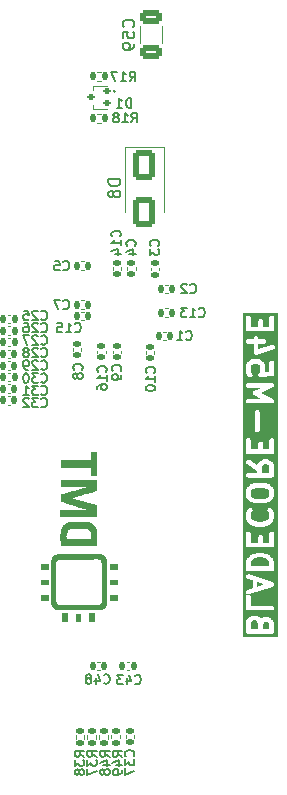
<source format=gbr>
%TF.GenerationSoftware,KiCad,Pcbnew,9.0.7*%
%TF.CreationDate,2026-02-28T14:28:49+01:00*%
%TF.ProjectId,BladeCore-M54E,426c6164-6543-46f7-9265-2d4d3534452e,rev?*%
%TF.SameCoordinates,Original*%
%TF.FileFunction,Legend,Bot*%
%TF.FilePolarity,Positive*%
%FSLAX46Y46*%
G04 Gerber Fmt 4.6, Leading zero omitted, Abs format (unit mm)*
G04 Created by KiCad (PCBNEW 9.0.7) date 2026-02-28 14:28:49*
%MOMM*%
%LPD*%
G01*
G04 APERTURE LIST*
G04 Aperture macros list*
%AMRoundRect*
0 Rectangle with rounded corners*
0 $1 Rounding radius*
0 $2 $3 $4 $5 $6 $7 $8 $9 X,Y pos of 4 corners*
0 Add a 4 corners polygon primitive as box body*
4,1,4,$2,$3,$4,$5,$6,$7,$8,$9,$2,$3,0*
0 Add four circle primitives for the rounded corners*
1,1,$1+$1,$2,$3*
1,1,$1+$1,$4,$5*
1,1,$1+$1,$6,$7*
1,1,$1+$1,$8,$9*
0 Add four rect primitives between the rounded corners*
20,1,$1+$1,$2,$3,$4,$5,0*
20,1,$1+$1,$4,$5,$6,$7,0*
20,1,$1+$1,$6,$7,$8,$9,0*
20,1,$1+$1,$8,$9,$2,$3,0*%
G04 Aperture macros list end*
%ADD10C,0.000000*%
%ADD11C,0.400000*%
%ADD12C,0.150000*%
%ADD13C,0.120000*%
%ADD14C,0.650000*%
%ADD15O,1.000000X2.100000*%
%ADD16O,1.000000X1.600000*%
%ADD17RoundRect,0.050000X-0.175000X-1.250000X0.175000X-1.250000X0.175000X1.250000X-0.175000X1.250000X0*%
%ADD18C,5.500000*%
%ADD19C,0.425000*%
%ADD20RoundRect,0.135000X0.185000X-0.135000X0.185000X0.135000X-0.185000X0.135000X-0.185000X-0.135000X0*%
%ADD21RoundRect,0.140000X-0.170000X0.140000X-0.170000X-0.140000X0.170000X-0.140000X0.170000X0.140000X0*%
%ADD22RoundRect,0.140000X0.170000X-0.140000X0.170000X0.140000X-0.170000X0.140000X-0.170000X-0.140000X0*%
%ADD23RoundRect,0.140000X-0.140000X-0.170000X0.140000X-0.170000X0.140000X0.170000X-0.140000X0.170000X0*%
%ADD24RoundRect,0.140000X0.140000X0.170000X-0.140000X0.170000X-0.140000X-0.170000X0.140000X-0.170000X0*%
%ADD25RoundRect,0.125000X0.175000X0.125000X-0.175000X0.125000X-0.175000X-0.125000X0.175000X-0.125000X0*%
%ADD26RoundRect,0.135000X-0.135000X-0.185000X0.135000X-0.185000X0.135000X0.185000X-0.135000X0.185000X0*%
%ADD27RoundRect,0.135000X-0.185000X0.135000X-0.185000X-0.135000X0.185000X-0.135000X0.185000X0.135000X0*%
%ADD28RoundRect,0.250000X-0.650000X0.325000X-0.650000X-0.325000X0.650000X-0.325000X0.650000X0.325000X0*%
%ADD29RoundRect,0.250000X-0.650000X1.000000X-0.650000X-1.000000X0.650000X-1.000000X0.650000X1.000000X0*%
G04 APERTURE END LIST*
D10*
G36*
X8295545Y26859249D02*
G01*
X7612920Y26859249D01*
X7612920Y27327561D01*
X8295545Y27327561D01*
X8295545Y26859249D01*
G37*
G36*
X9326892Y30813123D02*
G01*
X9413876Y30813133D01*
X9543834Y30813102D01*
X9762952Y30813091D01*
X9981087Y30813031D01*
X9994815Y30813031D01*
X10050021Y30813032D01*
X10567648Y30812940D01*
X11027106Y30812859D01*
X11056580Y30812859D01*
X11071302Y30812859D01*
X11144708Y30812860D01*
X11159341Y30812861D01*
X11545110Y30812822D01*
X11559003Y30812820D01*
X11614310Y30812809D01*
X11805437Y30812786D01*
X12053008Y30812735D01*
X12172572Y30812702D01*
X12371717Y30812569D01*
X12471286Y30811957D01*
X12570849Y30810603D01*
X12584246Y30810351D01*
X12621263Y30809636D01*
X12632287Y30809390D01*
X12641498Y30809196D01*
X12650703Y30808949D01*
X12659906Y30808614D01*
X12669107Y30808154D01*
X12697917Y30804634D01*
X12726532Y30799855D01*
X12754891Y30793824D01*
X12782933Y30786548D01*
X12810596Y30778033D01*
X12837820Y30768286D01*
X12864542Y30757311D01*
X12890703Y30745117D01*
X12916239Y30731708D01*
X12941091Y30717092D01*
X12965197Y30701275D01*
X12988495Y30684262D01*
X13010925Y30666061D01*
X13032424Y30646677D01*
X13052933Y30626118D01*
X13072389Y30604388D01*
X13077888Y30597811D01*
X13100891Y30568635D01*
X13121637Y30538544D01*
X13140230Y30507599D01*
X13156777Y30475862D01*
X13171383Y30443396D01*
X13184154Y30410262D01*
X13195195Y30376522D01*
X13204612Y30342239D01*
X13212511Y30307475D01*
X13218996Y30272291D01*
X13224173Y30236750D01*
X13228149Y30200913D01*
X13231028Y30164844D01*
X13232916Y30128602D01*
X13233919Y30092252D01*
X13234142Y30055855D01*
X13234098Y30016445D01*
X13234070Y29946644D01*
X13233955Y29841674D01*
X13233796Y29651203D01*
X13233595Y29481945D01*
X13233579Y29459049D01*
X13233555Y29424422D01*
X13232809Y28843794D01*
X13232531Y28673619D01*
X13231054Y27861320D01*
X13230845Y27757810D01*
X13230176Y27443730D01*
X13230111Y27416503D01*
X13230079Y27403021D01*
X13229880Y27312062D01*
X13228825Y26997447D01*
X13228640Y26962382D01*
X13227674Y26816630D01*
X13227315Y26770725D01*
X13226882Y26710464D01*
X13226458Y26680335D01*
X13225785Y26650211D01*
X13224388Y26623242D01*
X13221976Y26596106D01*
X13218524Y26568896D01*
X13214005Y26541709D01*
X13208392Y26514639D01*
X13201658Y26487782D01*
X13193776Y26461232D01*
X13184720Y26435085D01*
X13174463Y26409435D01*
X13162978Y26384379D01*
X13150239Y26360010D01*
X13136218Y26336424D01*
X13120890Y26313717D01*
X13104226Y26291982D01*
X13086201Y26271316D01*
X13066788Y26251813D01*
X13058045Y26244092D01*
X13025949Y26217150D01*
X12993189Y26192737D01*
X12959773Y26170743D01*
X12925707Y26151063D01*
X12891000Y26133588D01*
X12855657Y26118210D01*
X12819686Y26104821D01*
X12783095Y26093315D01*
X12745891Y26083582D01*
X12708081Y26075517D01*
X12669672Y26069010D01*
X12630671Y26063954D01*
X12591086Y26060242D01*
X12550924Y26057765D01*
X12510192Y26056417D01*
X12468898Y26056088D01*
X12428240Y26056132D01*
X12356109Y26056160D01*
X12247304Y26056276D01*
X12049036Y26056435D01*
X11872701Y26056636D01*
X11848850Y26056652D01*
X11812747Y26056676D01*
X11211709Y26057398D01*
X10992297Y26057723D01*
X10127129Y26059101D01*
X10093076Y26059161D01*
X10084568Y26059177D01*
X9956651Y26059400D01*
X9602484Y26060055D01*
X9450551Y26060351D01*
X9342800Y26060558D01*
X9322729Y26060596D01*
X9257920Y26060734D01*
X9198362Y26060842D01*
X9176502Y26060902D01*
X9150088Y26060964D01*
X9123680Y26061187D01*
X9097276Y26061665D01*
X9070875Y26062496D01*
X9061009Y26062918D01*
X9055682Y26063156D01*
X9050432Y26063506D01*
X9045253Y26063966D01*
X9040134Y26064536D01*
X9035068Y26065211D01*
X9030045Y26065992D01*
X9025059Y26066875D01*
X9020100Y26067858D01*
X9010231Y26070120D01*
X9000370Y26072760D01*
X8990450Y26075763D01*
X8980405Y26079114D01*
X8972635Y26082180D01*
X8963634Y26085691D01*
X8954101Y26089365D01*
X8944538Y26092962D01*
X8923617Y26101037D01*
X8903053Y26109651D01*
X8882856Y26118812D01*
X8863036Y26128532D01*
X8843605Y26138822D01*
X8824571Y26149691D01*
X8805945Y26161150D01*
X8787739Y26173210D01*
X8769961Y26185881D01*
X8752622Y26199174D01*
X8735733Y26213099D01*
X8719304Y26227667D01*
X8703345Y26242888D01*
X8687866Y26258773D01*
X8672878Y26275332D01*
X8658391Y26292576D01*
X8652732Y26299655D01*
X8643953Y26310895D01*
X8635446Y26322336D01*
X8627217Y26333971D01*
X8619272Y26345796D01*
X8611617Y26357804D01*
X8604258Y26369991D01*
X8597201Y26382350D01*
X8590452Y26394878D01*
X8584017Y26407567D01*
X8577901Y26420412D01*
X8572112Y26433409D01*
X8566654Y26446551D01*
X8561534Y26459833D01*
X8556757Y26473250D01*
X8552331Y26486796D01*
X8548259Y26500466D01*
X8545576Y26509999D01*
X8539513Y26531319D01*
X8534963Y26549089D01*
X8533190Y26557400D01*
X8531716Y26565733D01*
X8530516Y26574391D01*
X8529563Y26583677D01*
X8528294Y26605347D01*
X8527699Y26633166D01*
X8527697Y26716959D01*
X8527734Y26772788D01*
X8527733Y26870881D01*
X8527822Y27017594D01*
X8527886Y27264643D01*
X8528039Y27510405D01*
X8528040Y27525838D01*
X8528046Y27587889D01*
X8528071Y27769237D01*
X8528073Y27777222D01*
X8528280Y28161371D01*
X8528528Y28695818D01*
X8528531Y28712460D01*
X8528546Y28795466D01*
X8528547Y28803743D01*
X8528554Y28845048D01*
X8528713Y29363520D01*
X8528771Y29517363D01*
X8528930Y29842513D01*
X8529011Y29977060D01*
X8529038Y30025112D01*
X8948879Y30025112D01*
X8948915Y30016703D01*
X8948918Y30008293D01*
X8948880Y29984774D01*
X8948916Y29961255D01*
X8948960Y29909683D01*
X8948988Y29819181D01*
X8949103Y29683987D01*
X8949262Y29442943D01*
X8949467Y29231366D01*
X8949484Y29203040D01*
X8949510Y29160365D01*
X8950238Y28495743D01*
X8950507Y28302500D01*
X8951664Y27599313D01*
X8952015Y27414449D01*
X8952510Y27175493D01*
X8952768Y27060513D01*
X8952971Y26964757D01*
X8953100Y26916439D01*
X8953182Y26872179D01*
X8953252Y26855944D01*
X8953437Y26838003D01*
X8954075Y26820097D01*
X8955208Y26802256D01*
X8956877Y26784507D01*
X8959123Y26766881D01*
X8961988Y26749406D01*
X8965513Y26732111D01*
X8969739Y26715024D01*
X8974708Y26698174D01*
X8980460Y26681591D01*
X8987038Y26665302D01*
X8994482Y26649338D01*
X9002834Y26633726D01*
X9012134Y26618496D01*
X9022425Y26603677D01*
X9033748Y26589296D01*
X9050174Y26574049D01*
X9067073Y26560369D01*
X9084426Y26548176D01*
X9102214Y26537390D01*
X9120420Y26527930D01*
X9139023Y26519718D01*
X9158005Y26512674D01*
X9177347Y26506717D01*
X9197031Y26501768D01*
X9217038Y26497748D01*
X9237348Y26494575D01*
X9257944Y26492171D01*
X9278805Y26490456D01*
X9299914Y26489350D01*
X9321252Y26488773D01*
X9342800Y26488645D01*
X9386137Y26488671D01*
X9462303Y26488666D01*
X9576283Y26488726D01*
X9768441Y26488764D01*
X9960214Y26488870D01*
X9972285Y26488871D01*
X10020834Y26488873D01*
X10463684Y26489030D01*
X10880216Y26489200D01*
X10893115Y26489201D01*
X10944621Y26489207D01*
X10970308Y26489209D01*
X10995945Y26489212D01*
X11408648Y26489319D01*
X11528710Y26489358D01*
X11944833Y26489436D01*
X12360950Y26491255D01*
X12395082Y26491514D01*
X12420861Y26491678D01*
X12446640Y26491911D01*
X12465046Y26492121D01*
X12480537Y26492342D01*
X12495804Y26492912D01*
X12510904Y26493872D01*
X12525888Y26495266D01*
X12540812Y26497136D01*
X12555730Y26499525D01*
X12570696Y26502475D01*
X12585763Y26506030D01*
X12599206Y26510925D01*
X12612122Y26516399D01*
X12624526Y26522440D01*
X12636431Y26529037D01*
X12647852Y26536177D01*
X12658801Y26543850D01*
X12669292Y26552043D01*
X12679339Y26560746D01*
X12688955Y26569947D01*
X12698155Y26579634D01*
X12706951Y26589796D01*
X12715358Y26600421D01*
X12723388Y26611498D01*
X12731056Y26623015D01*
X12738375Y26634961D01*
X12745359Y26647325D01*
X12749474Y26655106D01*
X12760680Y26688041D01*
X12769087Y26714084D01*
X12772361Y26725272D01*
X12775078Y26735638D01*
X12777288Y26745483D01*
X12779037Y26755108D01*
X12780375Y26764812D01*
X12781349Y26774896D01*
X12782007Y26785661D01*
X12782397Y26797407D01*
X12782565Y26825043D01*
X12782237Y26860209D01*
X12782182Y26881853D01*
X12782199Y26903497D01*
X12782201Y26979630D01*
X12782111Y27093498D01*
X12782047Y27285553D01*
X12781894Y27477215D01*
X12781893Y27489287D01*
X12781887Y27537846D01*
X12781660Y27980709D01*
X12781406Y28397012D01*
X12781404Y28409900D01*
X12781389Y28474204D01*
X12781386Y28487032D01*
X12781381Y28512650D01*
X12781221Y28925403D01*
X12781162Y29045426D01*
X12780929Y29469426D01*
X12778905Y29893419D01*
X12778592Y29930636D01*
X12778099Y29987272D01*
X12777874Y30007559D01*
X12777637Y30025797D01*
X12777110Y30043939D01*
X12776188Y30061992D01*
X12774765Y30079966D01*
X12772738Y30097868D01*
X12771465Y30106795D01*
X12770002Y30115708D01*
X12768336Y30124607D01*
X12766453Y30133494D01*
X12764341Y30142369D01*
X12761986Y30151233D01*
X12759644Y30159016D01*
X12756481Y30169139D01*
X12753091Y30179078D01*
X12749468Y30188858D01*
X12745600Y30198507D01*
X12741479Y30208050D01*
X12737096Y30217514D01*
X12732442Y30226927D01*
X12727507Y30236314D01*
X12720701Y30248561D01*
X12717646Y30254775D01*
X12714417Y30260470D01*
X12711008Y30265685D01*
X12707414Y30270462D01*
X12703632Y30274839D01*
X12699654Y30278858D01*
X12695478Y30282559D01*
X12691097Y30285981D01*
X12686507Y30289166D01*
X12681703Y30292152D01*
X12676679Y30294982D01*
X12671432Y30297693D01*
X12665955Y30300328D01*
X12660244Y30302925D01*
X12648101Y30308170D01*
X12641116Y30311096D01*
X12634160Y30314066D01*
X12627235Y30317105D01*
X12620341Y30320237D01*
X12611316Y30324514D01*
X12602278Y30328764D01*
X12593453Y30332897D01*
X12583770Y30337372D01*
X12574079Y30341468D01*
X12564371Y30345196D01*
X12554641Y30348565D01*
X12544880Y30351587D01*
X12535082Y30354272D01*
X12525240Y30356630D01*
X12515347Y30358672D01*
X12505395Y30360409D01*
X12495378Y30361851D01*
X12485288Y30363008D01*
X12475119Y30363891D01*
X12464863Y30364511D01*
X12454513Y30364877D01*
X12444062Y30365002D01*
X12433503Y30364894D01*
X12423581Y30364711D01*
X12413660Y30364575D01*
X12370125Y30364103D01*
X12335615Y30363702D01*
X12301103Y30363493D01*
X12289332Y30363466D01*
X12265253Y30363410D01*
X12201677Y30363206D01*
X12174753Y30363096D01*
X12160949Y30363040D01*
X12087533Y30362752D01*
X12048423Y30362601D01*
X12040452Y30362570D01*
X11958342Y30362251D01*
X11590757Y30360853D01*
X11581189Y30360818D01*
X10924066Y30358709D01*
X10913044Y30358678D01*
X10725614Y30358159D01*
X9514694Y30354190D01*
X9436388Y30353855D01*
X9344499Y30353452D01*
X9299501Y30353224D01*
X9259217Y30353053D01*
X9244693Y30352951D01*
X9233273Y30352820D01*
X9222131Y30352424D01*
X9211247Y30351736D01*
X9200603Y30350731D01*
X9190178Y30349384D01*
X9179952Y30347669D01*
X9169906Y30345561D01*
X9160020Y30343035D01*
X9150273Y30340065D01*
X9140647Y30336626D01*
X9131121Y30332692D01*
X9121676Y30328238D01*
X9112291Y30323238D01*
X9102947Y30317668D01*
X9093624Y30311501D01*
X9084303Y30304712D01*
X9073420Y30296186D01*
X9058833Y30285158D01*
X9051594Y30279548D01*
X9044491Y30273781D01*
X9041015Y30270817D01*
X9037600Y30267789D01*
X9034257Y30264687D01*
X9030995Y30261502D01*
X9027823Y30258227D01*
X9024751Y30254852D01*
X9021787Y30251370D01*
X9018942Y30247770D01*
X9013889Y30240623D01*
X9005242Y30228324D01*
X8997293Y30215907D01*
X8990022Y30203363D01*
X8983412Y30190685D01*
X8977444Y30177865D01*
X8972099Y30164893D01*
X8967359Y30151763D01*
X8963206Y30138466D01*
X8959620Y30124994D01*
X8956585Y30111339D01*
X8954080Y30097493D01*
X8952089Y30083448D01*
X8950591Y30069195D01*
X8949569Y30054727D01*
X8949005Y30040035D01*
X8948879Y30025112D01*
X8529038Y30025112D01*
X8529073Y30089369D01*
X8529117Y30146022D01*
X8529140Y30198052D01*
X8529169Y30217030D01*
X8529200Y30251370D01*
X8529468Y30268540D01*
X8530080Y30285688D01*
X8531171Y30302793D01*
X8532874Y30319840D01*
X8533996Y30328335D01*
X8535321Y30336808D01*
X8536866Y30345258D01*
X8538646Y30353681D01*
X8540615Y30361670D01*
X8545565Y30380175D01*
X8551312Y30398702D01*
X8557822Y30417204D01*
X8565062Y30435631D01*
X8572997Y30453937D01*
X8581592Y30472074D01*
X8590815Y30489992D01*
X8600630Y30507645D01*
X8611004Y30524984D01*
X8621902Y30541960D01*
X8633290Y30558527D01*
X8645134Y30574636D01*
X8657400Y30590239D01*
X8670054Y30605287D01*
X8683062Y30619733D01*
X8696388Y30633530D01*
X8726888Y30661556D01*
X8758424Y30686570D01*
X8790939Y30708737D01*
X8824378Y30728222D01*
X8858686Y30745191D01*
X8893806Y30759809D01*
X8929684Y30772243D01*
X8966262Y30782657D01*
X9003487Y30791218D01*
X9041302Y30798090D01*
X9079651Y30803439D01*
X9118479Y30807431D01*
X9157730Y30810231D01*
X9197349Y30812005D01*
X9277466Y30813137D01*
X9326892Y30813123D01*
G37*
G36*
X12411139Y36169936D02*
G01*
X12397295Y36164786D01*
X12383606Y36159877D01*
X12376750Y36157533D01*
X12369850Y36155275D01*
X12362876Y36153109D01*
X12355802Y36151046D01*
X12347327Y36148704D01*
X12318226Y36140569D01*
X12297158Y36134695D01*
X12252121Y36122100D01*
X12143532Y36091725D01*
X12106966Y36081478D01*
X11911656Y36026307D01*
X11896937Y36022100D01*
X11761380Y35983032D01*
X11625943Y35943548D01*
X11497413Y35906173D01*
X11368749Y35869258D01*
X11180603Y35815262D01*
X10992657Y35760572D01*
X10874362Y35726011D01*
X10798504Y35703883D01*
X10745768Y35688495D01*
X10558043Y35633589D01*
X10511277Y35619254D01*
X10464678Y35604427D01*
X10418300Y35588983D01*
X10372192Y35572800D01*
X10354000Y35566269D01*
X10299763Y35546842D01*
X10364965Y35531126D01*
X10429980Y35514786D01*
X10494844Y35497858D01*
X10559595Y35480380D01*
X10610993Y35466333D01*
X10697971Y35442596D01*
X10903457Y35386586D01*
X10913431Y35383875D01*
X11068077Y35342044D01*
X11222843Y35300661D01*
X11232668Y35298051D01*
X11445123Y35241954D01*
X11546129Y35215312D01*
X11646901Y35188022D01*
X11747397Y35159740D01*
X11847576Y35130123D01*
X11879011Y35120606D01*
X11910482Y35111205D01*
X11919509Y35108543D01*
X11949050Y35100018D01*
X11978672Y35091885D01*
X12008403Y35084158D01*
X12038270Y35076849D01*
X12052556Y35073491D01*
X12088782Y35064962D01*
X12125057Y35056641D01*
X12173459Y35045494D01*
X12195058Y35039876D01*
X12219393Y35032896D01*
X12289679Y35010854D01*
X12411139Y34971373D01*
X12411139Y33955373D01*
X9279795Y33955373D01*
X9279795Y34570530D01*
X9373358Y34573731D01*
X9420107Y34574879D01*
X9466914Y34575501D01*
X9491726Y34575678D01*
X9560943Y34576199D01*
X9636289Y34576756D01*
X9775618Y34577796D01*
X9913851Y34578812D01*
X9922563Y34578877D01*
X9966385Y34579209D01*
X10275901Y34581511D01*
X10576828Y34583738D01*
X10586224Y34583808D01*
X10679704Y34584509D01*
X10870296Y34585934D01*
X10879152Y34586000D01*
X11457308Y34590277D01*
X11470545Y34590373D01*
X11448131Y34604034D01*
X11430318Y34614474D01*
X11422600Y34618690D01*
X11415386Y34622344D01*
X11408462Y34625519D01*
X11401614Y34628295D01*
X11394624Y34630755D01*
X11387279Y34632979D01*
X11379364Y34635049D01*
X11370663Y34637046D01*
X11350044Y34641148D01*
X11323701Y34645935D01*
X11323701Y34637999D01*
X11318446Y34638002D01*
X11314400Y34638028D01*
X11312744Y34638056D01*
X11311286Y34638098D01*
X11309991Y34638156D01*
X11308825Y34638233D01*
X11307753Y34638333D01*
X11306740Y34638457D01*
X11305750Y34638609D01*
X11304750Y34638791D01*
X11303705Y34639006D01*
X11302579Y34639257D01*
X11299948Y34639877D01*
X11291174Y34642661D01*
X11280537Y34645984D01*
X11267072Y34650209D01*
X11253591Y34654384D01*
X11210690Y34667605D01*
X11191436Y34673553D01*
X11150258Y34686271D01*
X11084850Y34706468D01*
X11073811Y34709875D01*
X11051774Y34716676D01*
X10921935Y34756768D01*
X10712343Y34821147D01*
X10607298Y34852509D01*
X10501950Y34882838D01*
X10438762Y34900645D01*
X10430732Y34902912D01*
X10373945Y34919192D01*
X10317349Y34935985D01*
X10260942Y34953405D01*
X10204722Y34971570D01*
X10191119Y34976086D01*
X10163871Y34985131D01*
X10150395Y34989606D01*
X10137045Y34994039D01*
X10001599Y35036699D01*
X9908733Y35065256D01*
X9815504Y35092613D01*
X9678964Y35131674D01*
X9476926Y35189883D01*
X9432344Y35202801D01*
X9299638Y35241248D01*
X9299638Y35848467D01*
X9328273Y35856273D01*
X9356869Y35864214D01*
X9368468Y35867576D01*
X9381999Y35871497D01*
X9396315Y35875659D01*
X9452815Y35892109D01*
X9461365Y35894604D01*
X9581547Y35930056D01*
X9641526Y35948148D01*
X9701413Y35966566D01*
X9838940Y36008668D01*
X9976777Y36049618D01*
X10114889Y36089633D01*
X10253239Y36128935D01*
X10420790Y36176169D01*
X10431228Y36179113D01*
X10795604Y36282520D01*
X10836107Y36294078D01*
X10962147Y36330099D01*
X11087987Y36366808D01*
X11116138Y36375172D01*
X11149927Y36385185D01*
X11183686Y36395300D01*
X11222526Y36406903D01*
X11241906Y36412365D01*
X11261332Y36417474D01*
X11280858Y36422136D01*
X11300539Y36426257D01*
X11320428Y36429741D01*
X11340579Y36432494D01*
X11352548Y36433867D01*
X11364764Y36435491D01*
X11370895Y36436470D01*
X11377006Y36437599D01*
X11383068Y36438909D01*
X11389053Y36440427D01*
X11394934Y36442184D01*
X11400683Y36444209D01*
X11406272Y36446531D01*
X11411675Y36449179D01*
X11416862Y36452183D01*
X11419366Y36453828D01*
X11421807Y36455572D01*
X11424179Y36457421D01*
X11426481Y36459376D01*
X11428708Y36461442D01*
X11430857Y36463623D01*
X11170989Y36467780D01*
X10911097Y36470096D01*
X10788368Y36471007D01*
X10567629Y36472662D01*
X10554380Y36472760D01*
X10501253Y36473153D01*
X10355609Y36474232D01*
X10342451Y36474329D01*
X10121690Y36475986D01*
X9998245Y36476909D01*
X9586388Y36480423D01*
X9574316Y36480559D01*
X9331389Y36483467D01*
X9331389Y37134342D01*
X12411139Y37134342D01*
X12411139Y36169936D01*
G37*
G36*
X13672666Y29975252D02*
G01*
X13769321Y29975242D01*
X13882111Y29975235D01*
X13979521Y29975256D01*
X14037516Y29975250D01*
X14093060Y29975252D01*
X14113453Y29975231D01*
X14142018Y29975240D01*
X14150565Y29975221D01*
X14157233Y29975197D01*
X14163902Y29975116D01*
X14170569Y29974962D01*
X14177232Y29974717D01*
X14178543Y29973392D01*
X14179075Y29972826D01*
X14179534Y29972302D01*
X14179926Y29971802D01*
X14180258Y29971309D01*
X14180535Y29970807D01*
X14180766Y29970277D01*
X14180955Y29969703D01*
X14181111Y29969068D01*
X14181238Y29968354D01*
X14181345Y29967545D01*
X14181437Y29966623D01*
X14181520Y29965571D01*
X14181689Y29963008D01*
X14181678Y29952643D01*
X14181695Y29940811D01*
X14181651Y29927673D01*
X14181620Y29883888D01*
X14181580Y29854907D01*
X14181558Y29811680D01*
X14181449Y29738329D01*
X14181201Y29506405D01*
X13482701Y29506405D01*
X13482453Y29738329D01*
X13482325Y29841136D01*
X13482313Y29868786D01*
X13482249Y29913724D01*
X13482250Y29927673D01*
X13482207Y29940811D01*
X13482224Y29952643D01*
X13482242Y29957172D01*
X13482317Y29961700D01*
X13482465Y29966227D01*
X13482701Y29970749D01*
X13484033Y29972059D01*
X13484615Y29972592D01*
X13485171Y29973051D01*
X13485724Y29973443D01*
X13486295Y29973774D01*
X13486906Y29974053D01*
X13487581Y29974283D01*
X13488342Y29974474D01*
X13489210Y29974630D01*
X13490208Y29974758D01*
X13491359Y29974866D01*
X13494207Y29975044D01*
X13497932Y29975217D01*
X13513337Y29975221D01*
X13540522Y29975244D01*
X13560523Y29975238D01*
X13614857Y29975258D01*
X13672666Y29975252D01*
G37*
G36*
X11318740Y34653857D02*
G01*
X11320001Y34653821D01*
X11321158Y34653749D01*
X11322245Y34653631D01*
X11323298Y34653454D01*
X11324350Y34653208D01*
X11325437Y34652881D01*
X11326594Y34652460D01*
X11327856Y34651935D01*
X11329257Y34651293D01*
X11330832Y34650524D01*
X11334646Y34648555D01*
X11339576Y34645935D01*
X11323701Y34645935D01*
X11323701Y34637999D01*
X11318438Y34638014D01*
X11316262Y34638051D01*
X11314337Y34638123D01*
X11312621Y34638241D01*
X11311074Y34638417D01*
X11309654Y34638663D01*
X11308980Y34638816D01*
X11308322Y34638991D01*
X11307676Y34639188D01*
X11307036Y34639411D01*
X11306398Y34639660D01*
X11305756Y34639936D01*
X11304441Y34640578D01*
X11303051Y34641347D01*
X11301544Y34642256D01*
X11299881Y34643315D01*
X11295920Y34645935D01*
X11315763Y34645935D01*
X11315763Y34653873D01*
X11318740Y34653857D01*
G37*
G36*
X12411139Y37443904D02*
G01*
X11843607Y37443904D01*
X11843607Y38138436D01*
X9331389Y38138436D01*
X9331389Y38757560D01*
X11843607Y38757560D01*
X11843607Y39432247D01*
X12411139Y39432247D01*
X12411139Y37443904D01*
G37*
G36*
X10624480Y33574214D02*
G01*
X10793869Y33573540D01*
X10957595Y33572871D01*
X10967805Y33572836D01*
X10978002Y33572800D01*
X10998349Y33572730D01*
X11008495Y33572694D01*
X11166687Y33572090D01*
X11223461Y33571870D01*
X11313868Y33571503D01*
X11347617Y33571345D01*
X11437255Y33570690D01*
X11482064Y33569966D01*
X11526874Y33568860D01*
X11535278Y33568609D01*
X11552655Y33568122D01*
X11570026Y33567542D01*
X11587385Y33566712D01*
X11596057Y33566155D01*
X11604722Y33565477D01*
X11649676Y33559275D01*
X11693445Y33550670D01*
X11736050Y33539741D01*
X11777509Y33526571D01*
X11817844Y33511240D01*
X11857074Y33493831D01*
X11895219Y33474426D01*
X11932298Y33453104D01*
X11968333Y33429949D01*
X12003342Y33405041D01*
X12037346Y33378462D01*
X12070364Y33350294D01*
X12102417Y33320617D01*
X12133524Y33289515D01*
X12163705Y33257067D01*
X12192981Y33223356D01*
X12204763Y33209249D01*
X12216713Y33195016D01*
X12228409Y33180710D01*
X12239823Y33166272D01*
X12250924Y33151646D01*
X12261682Y33136773D01*
X12272067Y33121596D01*
X12282050Y33106057D01*
X12291599Y33090098D01*
X12296045Y33082248D01*
X12334035Y33012568D01*
X12349405Y32979033D01*
X12362583Y32943259D01*
X12373739Y32902915D01*
X12383039Y32855669D01*
X12396752Y32731151D01*
X12405069Y32551052D01*
X12409340Y32296725D01*
X12411139Y31490780D01*
X11895201Y31490780D01*
X9315514Y31490780D01*
X9309575Y31629952D01*
X9303046Y31769086D01*
X9288559Y32061832D01*
X9284639Y32209830D01*
X9285322Y32311636D01*
X9807090Y32311636D01*
X9807906Y32265755D01*
X9809716Y32214226D01*
X9815576Y32090061D01*
X11895201Y32090061D01*
X11897700Y32317584D01*
X11897373Y32375677D01*
X11895835Y32433598D01*
X11892669Y32491019D01*
X11887460Y32547612D01*
X11886023Y32558870D01*
X11883666Y32575466D01*
X11880813Y32591591D01*
X11877447Y32607272D01*
X11873553Y32622534D01*
X11869113Y32637402D01*
X11864112Y32651903D01*
X11858532Y32666063D01*
X11852356Y32679907D01*
X11845569Y32693461D01*
X11838154Y32706750D01*
X11830094Y32719801D01*
X11821372Y32732639D01*
X11811973Y32745291D01*
X11801879Y32757781D01*
X11791074Y32770136D01*
X11779541Y32782381D01*
X11749076Y32811238D01*
X11718147Y32837095D01*
X11686722Y32860111D01*
X11654769Y32880444D01*
X11622259Y32898252D01*
X11589158Y32913693D01*
X11555435Y32926925D01*
X11521059Y32938106D01*
X11485999Y32947394D01*
X11450222Y32954948D01*
X11413697Y32960926D01*
X11376393Y32965485D01*
X11338279Y32968783D01*
X11299322Y32970980D01*
X11259491Y32972232D01*
X11218755Y32972698D01*
X11162786Y32972938D01*
X11067934Y32973373D01*
X10935607Y32973951D01*
X10675000Y32975000D01*
X10635602Y32975123D01*
X10543690Y32975384D01*
X10514758Y32975433D01*
X10459897Y32975555D01*
X10432417Y32975393D01*
X10404934Y32974922D01*
X10377471Y32974023D01*
X10350049Y32972575D01*
X10322691Y32970459D01*
X10295420Y32967555D01*
X10285377Y32966162D01*
X10253997Y32961336D01*
X10222717Y32955362D01*
X10207160Y32951899D01*
X10191682Y32948095D01*
X10176301Y32943932D01*
X10161035Y32939394D01*
X10145903Y32934461D01*
X10130922Y32929115D01*
X10116110Y32923340D01*
X10101485Y32917117D01*
X10087066Y32910429D01*
X10072870Y32903257D01*
X10058916Y32895584D01*
X10045221Y32887392D01*
X10033857Y32879842D01*
X10022343Y32872213D01*
X10011114Y32864482D01*
X10000183Y32856553D01*
X9994835Y32852484D01*
X9989567Y32848329D01*
X9984381Y32844076D01*
X9979280Y32839713D01*
X9974264Y32835228D01*
X9969337Y32830608D01*
X9964499Y32825842D01*
X9959753Y32820917D01*
X9955101Y32815822D01*
X9950545Y32810544D01*
X9942576Y32800467D01*
X9894548Y32688755D01*
X9875188Y32642117D01*
X9858683Y32600238D01*
X9844847Y32562077D01*
X9833493Y32526593D01*
X9824436Y32492746D01*
X9817490Y32459495D01*
X9812468Y32425799D01*
X9809185Y32390617D01*
X9807454Y32352910D01*
X9807090Y32311636D01*
X9285322Y32311636D01*
X9285632Y32357924D01*
X9288603Y32431777D01*
X9293561Y32505377D01*
X9300758Y32578631D01*
X9310448Y32651448D01*
X9322884Y32723734D01*
X9338317Y32795398D01*
X9357003Y32866347D01*
X9379192Y32936488D01*
X9382982Y32947311D01*
X9394936Y32980216D01*
X9407814Y33012953D01*
X9421690Y33045383D01*
X9436638Y33077369D01*
X9444537Y33093151D01*
X9452732Y33108771D01*
X9461232Y33124209D01*
X9470046Y33139450D01*
X9479184Y33154476D01*
X9488654Y33169270D01*
X9498466Y33183813D01*
X9508630Y33198090D01*
X9513951Y33205280D01*
X9523804Y33218665D01*
X9533716Y33232005D01*
X9540492Y33240998D01*
X9545943Y33248133D01*
X9551467Y33255130D01*
X9557084Y33261996D01*
X9562812Y33268740D01*
X9568672Y33275369D01*
X9574682Y33281892D01*
X9580863Y33288316D01*
X9587234Y33294648D01*
X9593326Y33300529D01*
X9602504Y33309956D01*
X9651876Y33354665D01*
X9702750Y33394078D01*
X9755048Y33428527D01*
X9808694Y33458340D01*
X9863613Y33483848D01*
X9919728Y33505380D01*
X9976962Y33523266D01*
X10035240Y33537836D01*
X10094486Y33549419D01*
X10154623Y33558347D01*
X10215574Y33564948D01*
X10277265Y33569552D01*
X10339618Y33572489D01*
X10402557Y33574090D01*
X10529891Y33574599D01*
X10624480Y33574214D01*
G37*
G36*
X14181201Y28180842D02*
G01*
X13482701Y28180842D01*
X13482701Y28668998D01*
X14181201Y28668998D01*
X14181201Y28180842D01*
G37*
G36*
X12180951Y25041561D02*
G01*
X11728514Y25041561D01*
X11728514Y25791655D01*
X12180951Y25791655D01*
X12180951Y25041561D01*
G37*
G36*
X11057795Y25041561D02*
G01*
X10589482Y25041561D01*
X10589482Y25787686D01*
X11057795Y25787686D01*
X11057795Y25041561D01*
G37*
G36*
X8265334Y29975194D02*
G01*
X8271896Y29975177D01*
X8278458Y29975103D01*
X8285019Y29974955D01*
X8291576Y29974717D01*
X8292887Y29973392D01*
X8293419Y29972826D01*
X8293878Y29972302D01*
X8294270Y29971802D01*
X8294602Y29971309D01*
X8294879Y29970807D01*
X8295110Y29970277D01*
X8295299Y29969703D01*
X8295455Y29969068D01*
X8295582Y29968354D01*
X8295689Y29967545D01*
X8295781Y29966623D01*
X8295864Y29965571D01*
X8296033Y29963008D01*
X8296022Y29952643D01*
X8296038Y29940811D01*
X8295995Y29927673D01*
X8295964Y29883888D01*
X8295924Y29854907D01*
X8295902Y29811680D01*
X8295793Y29738329D01*
X8295545Y29506405D01*
X7612920Y29506405D01*
X7612920Y29974717D01*
X7843044Y29974906D01*
X7989029Y29975003D01*
X8097102Y29975088D01*
X8154133Y29975120D01*
X8208767Y29975170D01*
X8228827Y29975168D01*
X8256926Y29975204D01*
X8265334Y29975194D01*
G37*
G36*
X14181201Y26859249D02*
G01*
X13482701Y26859249D01*
X13482701Y27327561D01*
X14181201Y27327561D01*
X14181201Y26859249D01*
G37*
G36*
X8295545Y28180842D02*
G01*
X7612920Y28180842D01*
X7612920Y28668998D01*
X8295545Y28668998D01*
X8295545Y28180842D01*
G37*
G36*
X9898920Y25057436D02*
G01*
X9446482Y25057436D01*
X9446482Y25791655D01*
X9898920Y25791655D01*
X9898920Y25057436D01*
G37*
D11*
G36*
X25929233Y25147596D02*
G01*
X25968134Y25108695D01*
X26038180Y24898558D01*
X26038180Y24464348D01*
X25390561Y24464348D01*
X25390561Y24979040D01*
X25450171Y25098259D01*
X25499509Y25147596D01*
X25618727Y25207205D01*
X25810015Y25207205D01*
X25929233Y25147596D01*
G37*
G36*
X26881614Y25052358D02*
G01*
X26930952Y25003020D01*
X26990561Y24883802D01*
X26990561Y24464348D01*
X26438180Y24464348D01*
X26438180Y24883802D01*
X26497790Y25003021D01*
X26547128Y25052358D01*
X26666346Y25111967D01*
X26762396Y25111967D01*
X26881614Y25052358D01*
G37*
G36*
X26558104Y28264348D02*
G01*
X25961990Y28065644D01*
X25961990Y28463053D01*
X26558104Y28264348D01*
G37*
G36*
X26644564Y30456598D02*
G01*
X26786376Y30385692D01*
X26920516Y30251551D01*
X26990561Y30041417D01*
X26990561Y29797682D01*
X25390561Y29797682D01*
X25390561Y30041416D01*
X25460605Y30251551D01*
X25594748Y30385693D01*
X25736555Y30456596D01*
X26072327Y30540539D01*
X26308796Y30540539D01*
X26644564Y30456598D01*
G37*
G36*
X26802597Y36369471D02*
G01*
X26930952Y36241115D01*
X26990561Y36121898D01*
X26990561Y35835371D01*
X26930952Y35716155D01*
X26802597Y35587799D01*
X26499272Y35511968D01*
X25881851Y35511968D01*
X25578525Y35587800D01*
X25450171Y35716153D01*
X25390561Y35835372D01*
X25390561Y36121898D01*
X25450171Y36241117D01*
X25578525Y36369470D01*
X25881851Y36445301D01*
X26499272Y36445301D01*
X26802597Y36369471D01*
G37*
G36*
X26881614Y38385692D02*
G01*
X26930952Y38336354D01*
X26990561Y38217136D01*
X26990561Y37702444D01*
X26342942Y37702444D01*
X26342942Y38217136D01*
X26402550Y38336353D01*
X26451891Y38385693D01*
X26571108Y38445301D01*
X26762396Y38445301D01*
X26881614Y38385692D01*
G37*
G36*
X27706452Y23842126D02*
G01*
X24768339Y23842126D01*
X24768339Y25026253D01*
X24990561Y25026253D01*
X24990561Y24264348D01*
X24994404Y24225330D01*
X25024267Y24153234D01*
X25079447Y24098054D01*
X25151543Y24068191D01*
X25190561Y24064348D01*
X27190561Y24064348D01*
X27229579Y24068191D01*
X27301675Y24098054D01*
X27356855Y24153234D01*
X27386718Y24225330D01*
X27390561Y24264348D01*
X27390561Y24931015D01*
X27386718Y24970033D01*
X27383968Y24976671D01*
X27383459Y24983840D01*
X27369447Y25020457D01*
X27274208Y25210934D01*
X27263638Y25227726D01*
X27261617Y25232605D01*
X27257109Y25238098D01*
X27253322Y25244114D01*
X27249330Y25247576D01*
X27236744Y25262912D01*
X27141506Y25358150D01*
X27126170Y25370737D01*
X27122708Y25374728D01*
X27116691Y25378516D01*
X27111199Y25383023D01*
X27106319Y25385045D01*
X27089528Y25395614D01*
X26899052Y25490852D01*
X26862434Y25504865D01*
X26855264Y25505375D01*
X26848627Y25508124D01*
X26809609Y25511967D01*
X26619133Y25511967D01*
X26580115Y25508124D01*
X26573477Y25505375D01*
X26566308Y25504865D01*
X26529691Y25490853D01*
X26339214Y25395614D01*
X26322422Y25385045D01*
X26317543Y25383023D01*
X26312050Y25378516D01*
X26306034Y25374728D01*
X26302572Y25370737D01*
X26287236Y25358150D01*
X26285658Y25356573D01*
X26284363Y25358150D01*
X26189125Y25453388D01*
X26173789Y25465975D01*
X26170327Y25469966D01*
X26164310Y25473754D01*
X26158818Y25478261D01*
X26153938Y25480283D01*
X26137147Y25490852D01*
X25946671Y25586090D01*
X25910053Y25600103D01*
X25902883Y25600613D01*
X25896246Y25603362D01*
X25857228Y25607205D01*
X25571514Y25607205D01*
X25532496Y25603362D01*
X25525858Y25600613D01*
X25518689Y25600103D01*
X25482072Y25586091D01*
X25291595Y25490852D01*
X25274803Y25480283D01*
X25269924Y25478261D01*
X25264431Y25473754D01*
X25258415Y25469966D01*
X25254953Y25465975D01*
X25239617Y25453388D01*
X25144379Y25358150D01*
X25131790Y25342812D01*
X25127802Y25339352D01*
X25124017Y25333341D01*
X25119506Y25327843D01*
X25117483Y25322962D01*
X25106915Y25306172D01*
X25011676Y25115696D01*
X24997664Y25079079D01*
X24997154Y25071912D01*
X24994404Y25065271D01*
X24990561Y25026253D01*
X24768339Y25026253D01*
X24768339Y27216729D01*
X24990561Y27216729D01*
X24990561Y26264348D01*
X24994404Y26225330D01*
X25024267Y26153234D01*
X25079447Y26098054D01*
X25151543Y26068191D01*
X25190561Y26064348D01*
X27190561Y26064348D01*
X27229579Y26068191D01*
X27301675Y26098054D01*
X27356855Y26153234D01*
X27386718Y26225330D01*
X27386718Y26303366D01*
X27356855Y26375462D01*
X27301675Y26430642D01*
X27229579Y26460505D01*
X27190561Y26464348D01*
X25390561Y26464348D01*
X25390561Y27216729D01*
X25386718Y27255747D01*
X25356855Y27327843D01*
X25301675Y27383023D01*
X25245865Y27406140D01*
X25253806Y27407945D01*
X27253807Y28074611D01*
X27289607Y28090596D01*
X27300401Y28099958D01*
X27313184Y28106349D01*
X27329614Y28125295D01*
X27348560Y28141725D01*
X27354951Y28154508D01*
X27364313Y28165302D01*
X27372242Y28189089D01*
X27383459Y28211523D01*
X27384472Y28225780D01*
X27388990Y28239333D01*
X27387212Y28264341D01*
X27388991Y28289363D01*
X27384470Y28302924D01*
X27383458Y28317173D01*
X27372244Y28339601D01*
X27364313Y28363394D01*
X27354951Y28374189D01*
X27348560Y28386971D01*
X27329614Y28403402D01*
X27313184Y28422347D01*
X27300401Y28428739D01*
X27289607Y28438100D01*
X27253806Y28454085D01*
X25253807Y29120752D01*
X25215576Y29129444D01*
X25137736Y29123913D01*
X25067938Y29089014D01*
X25016809Y29030061D01*
X24992132Y28956030D01*
X24997663Y28878190D01*
X25032562Y28808392D01*
X25091515Y28757263D01*
X25127315Y28741278D01*
X25561990Y28596387D01*
X25561990Y27932311D01*
X25127316Y27787419D01*
X25091515Y27771434D01*
X25032562Y27720305D01*
X24997663Y27650507D01*
X24992132Y27572667D01*
X25016809Y27498636D01*
X25067938Y27439683D01*
X25135129Y27406088D01*
X25079447Y27383023D01*
X25024267Y27327843D01*
X24994404Y27255747D01*
X24990561Y27216729D01*
X24768339Y27216729D01*
X24768339Y30073872D01*
X24990561Y30073872D01*
X24990561Y29597682D01*
X24994404Y29558664D01*
X25024267Y29486568D01*
X25079447Y29431388D01*
X25151543Y29401525D01*
X25190561Y29397682D01*
X27190561Y29397682D01*
X27229579Y29401525D01*
X27301675Y29431388D01*
X27356855Y29486568D01*
X27386718Y29558664D01*
X27390561Y29597682D01*
X27390561Y30073872D01*
X27388615Y30093621D01*
X27388990Y30098886D01*
X27387414Y30105814D01*
X27386718Y30112890D01*
X27384696Y30117771D01*
X27380298Y30137117D01*
X27285060Y30422832D01*
X27269075Y30458633D01*
X27264367Y30464062D01*
X27261617Y30470701D01*
X27236745Y30501008D01*
X27046268Y30691484D01*
X27030932Y30704071D01*
X27027470Y30708062D01*
X27021453Y30711850D01*
X27015961Y30716357D01*
X27011081Y30718379D01*
X26994290Y30728948D01*
X26803814Y30824186D01*
X26800958Y30825279D01*
X26799799Y30826138D01*
X26783424Y30831989D01*
X26767196Y30838199D01*
X26765757Y30838302D01*
X26762878Y30839330D01*
X26381926Y30934568D01*
X26375159Y30935569D01*
X26372437Y30936696D01*
X26357742Y30938144D01*
X26343141Y30940302D01*
X26340227Y30939869D01*
X26333419Y30940539D01*
X26047704Y30940539D01*
X26040895Y30939869D01*
X26037982Y30940302D01*
X26023388Y30938145D01*
X26008686Y30936696D01*
X26005960Y30935568D01*
X25999197Y30934567D01*
X25618245Y30839330D01*
X25615365Y30838302D01*
X25613927Y30838199D01*
X25597687Y30831985D01*
X25581324Y30826138D01*
X25580165Y30825280D01*
X25577310Y30824187D01*
X25386833Y30728948D01*
X25370041Y30718379D01*
X25365162Y30716357D01*
X25359668Y30711849D01*
X25353653Y30708062D01*
X25350192Y30704073D01*
X25334855Y30691485D01*
X25144379Y30501008D01*
X25119506Y30470701D01*
X25116755Y30464062D01*
X25112048Y30458633D01*
X25096063Y30422833D01*
X25000824Y30137118D01*
X24996424Y30117769D01*
X24994404Y30112890D01*
X24993707Y30105816D01*
X24992132Y30098887D01*
X24992506Y30093622D01*
X24990561Y30073872D01*
X24768339Y30073872D01*
X24768339Y32550063D01*
X24990561Y32550063D01*
X24990561Y31597682D01*
X24994404Y31558664D01*
X25024267Y31486568D01*
X25079447Y31431388D01*
X25151543Y31401525D01*
X25190561Y31397682D01*
X27190561Y31397682D01*
X27229579Y31401525D01*
X27301675Y31431388D01*
X27356855Y31486568D01*
X27386718Y31558664D01*
X27390561Y31597682D01*
X27390561Y32550063D01*
X27386718Y32589081D01*
X27356855Y32661177D01*
X27301675Y32716357D01*
X27229579Y32746220D01*
X27151543Y32746220D01*
X27079447Y32716357D01*
X27024267Y32661177D01*
X26994404Y32589081D01*
X26990561Y32550063D01*
X26990561Y31797682D01*
X26438180Y31797682D01*
X26438180Y32264349D01*
X26434337Y32303367D01*
X26404474Y32375463D01*
X26349294Y32430643D01*
X26277198Y32460506D01*
X26199162Y32460506D01*
X26127066Y32430643D01*
X26071886Y32375463D01*
X26042023Y32303367D01*
X26038180Y32264349D01*
X26038180Y31797682D01*
X25390561Y31797682D01*
X25390561Y32550063D01*
X25386718Y32589081D01*
X25356855Y32661177D01*
X25301675Y32716357D01*
X25229579Y32746220D01*
X25151543Y32746220D01*
X25079447Y32716357D01*
X25024267Y32661177D01*
X24994404Y32589081D01*
X24990561Y32550063D01*
X24768339Y32550063D01*
X24768339Y34169111D01*
X24990561Y34169111D01*
X24990561Y33978635D01*
X24992506Y33958886D01*
X24992132Y33953620D01*
X24993707Y33946692D01*
X24994404Y33939617D01*
X24996424Y33934739D01*
X25000824Y33915389D01*
X25096063Y33629674D01*
X25112048Y33593874D01*
X25116755Y33588446D01*
X25119506Y33581806D01*
X25144379Y33551499D01*
X25334855Y33361022D01*
X25350192Y33348435D01*
X25353653Y33344445D01*
X25359668Y33340659D01*
X25365162Y33336150D01*
X25370041Y33334129D01*
X25386833Y33323559D01*
X25577310Y33228320D01*
X25580165Y33227228D01*
X25581324Y33226369D01*
X25597687Y33220523D01*
X25613927Y33214308D01*
X25615365Y33214206D01*
X25618245Y33213177D01*
X25999197Y33117940D01*
X26005960Y33116940D01*
X26008686Y33115811D01*
X26023388Y33114363D01*
X26037982Y33112205D01*
X26040895Y33112639D01*
X26047704Y33111968D01*
X26333419Y33111968D01*
X26340227Y33112639D01*
X26343141Y33112205D01*
X26357742Y33114364D01*
X26372437Y33115811D01*
X26375159Y33116939D01*
X26381926Y33117939D01*
X26762878Y33213177D01*
X26765757Y33214206D01*
X26767196Y33214308D01*
X26783424Y33220519D01*
X26799799Y33226369D01*
X26800958Y33227229D01*
X26803814Y33228321D01*
X26994290Y33323559D01*
X27011081Y33334129D01*
X27015961Y33336150D01*
X27021453Y33340658D01*
X27027470Y33344445D01*
X27030932Y33348437D01*
X27046268Y33361023D01*
X27236745Y33551499D01*
X27261617Y33581806D01*
X27264367Y33588446D01*
X27269075Y33593874D01*
X27285060Y33629675D01*
X27380298Y33915390D01*
X27384696Y33934737D01*
X27386718Y33939617D01*
X27387414Y33946694D01*
X27388990Y33953621D01*
X27388615Y33958887D01*
X27390561Y33978635D01*
X27390561Y34169111D01*
X27388615Y34188861D01*
X27388990Y34194126D01*
X27387414Y34201055D01*
X27386718Y34208129D01*
X27384697Y34213008D01*
X27380298Y34232357D01*
X27285060Y34518071D01*
X27269075Y34553871D01*
X27264367Y34559300D01*
X27261617Y34565939D01*
X27236744Y34596246D01*
X27141506Y34691484D01*
X27111199Y34716357D01*
X27039103Y34746220D01*
X26961067Y34746220D01*
X26888971Y34716357D01*
X26833791Y34661177D01*
X26803928Y34589081D01*
X26803928Y34511045D01*
X26833791Y34438949D01*
X26858664Y34408642D01*
X26920515Y34346791D01*
X26990561Y34136654D01*
X26990561Y34011091D01*
X26920516Y33800957D01*
X26786376Y33666816D01*
X26644564Y33595910D01*
X26308796Y33511968D01*
X26072327Y33511968D01*
X25736555Y33595911D01*
X25594748Y33666815D01*
X25460605Y33800957D01*
X25390561Y34011092D01*
X25390561Y34136657D01*
X25460605Y34346789D01*
X25522459Y34408642D01*
X25547332Y34438949D01*
X25577195Y34511045D01*
X25577195Y34589081D01*
X25547332Y34661177D01*
X25492152Y34716357D01*
X25420056Y34746220D01*
X25342020Y34746220D01*
X25269924Y34716357D01*
X25239617Y34691484D01*
X25144379Y34596246D01*
X25119506Y34565939D01*
X25116755Y34559300D01*
X25112048Y34553871D01*
X25096063Y34518071D01*
X25000825Y34232357D01*
X24996425Y34213011D01*
X24994404Y34208129D01*
X24993707Y34201053D01*
X24992132Y34194126D01*
X24992506Y34188861D01*
X24990561Y34169111D01*
X24768339Y34169111D01*
X24768339Y36169111D01*
X24990561Y36169111D01*
X24990561Y35788158D01*
X24994404Y35749140D01*
X24997154Y35742500D01*
X24997664Y35735332D01*
X25011676Y35698715D01*
X25106915Y35508239D01*
X25117483Y35491450D01*
X25119506Y35486568D01*
X25124017Y35481071D01*
X25127802Y35475059D01*
X25131790Y35471600D01*
X25144379Y35456261D01*
X25334855Y35265784D01*
X25365162Y35240912D01*
X25378900Y35235222D01*
X25390848Y35226369D01*
X25427769Y35213177D01*
X25808721Y35117940D01*
X25815484Y35116940D01*
X25818210Y35115811D01*
X25832912Y35114363D01*
X25847506Y35112205D01*
X25850419Y35112639D01*
X25857228Y35111968D01*
X26523895Y35111968D01*
X26530703Y35112639D01*
X26533617Y35112205D01*
X26548218Y35114364D01*
X26562913Y35115811D01*
X26565635Y35116939D01*
X26572402Y35117939D01*
X26953354Y35213177D01*
X26990275Y35226369D01*
X27002222Y35235222D01*
X27015961Y35240912D01*
X27046268Y35265785D01*
X27236745Y35456261D01*
X27249332Y35471599D01*
X27253322Y35475059D01*
X27257108Y35481075D01*
X27261617Y35486568D01*
X27263638Y35491448D01*
X27274208Y35508239D01*
X27369447Y35698716D01*
X27383459Y35735333D01*
X27383968Y35742503D01*
X27386718Y35749140D01*
X27390561Y35788158D01*
X27390561Y36169111D01*
X27386718Y36208129D01*
X27383968Y36214767D01*
X27383459Y36221936D01*
X27369447Y36258553D01*
X27274208Y36449030D01*
X27263638Y36465822D01*
X27261617Y36470701D01*
X27257108Y36476195D01*
X27253322Y36482210D01*
X27249332Y36485671D01*
X27236745Y36501008D01*
X27046268Y36691484D01*
X27015961Y36716357D01*
X27002222Y36722048D01*
X26990275Y36730900D01*
X26953354Y36744092D01*
X26572402Y36839330D01*
X26565635Y36840331D01*
X26562913Y36841458D01*
X26548218Y36842906D01*
X26533617Y36845064D01*
X26530703Y36844631D01*
X26523895Y36845301D01*
X25857228Y36845301D01*
X25850419Y36844631D01*
X25847506Y36845064D01*
X25832912Y36842907D01*
X25818210Y36841458D01*
X25815484Y36840330D01*
X25808721Y36839329D01*
X25427769Y36744092D01*
X25390848Y36730900D01*
X25378900Y36722048D01*
X25365162Y36716357D01*
X25334855Y36691485D01*
X25144379Y36501008D01*
X25131790Y36485670D01*
X25127802Y36482210D01*
X25124017Y36476199D01*
X25119506Y36470701D01*
X25117483Y36465820D01*
X25106915Y36449030D01*
X25011676Y36258554D01*
X24997664Y36221937D01*
X24997154Y36214770D01*
X24994404Y36208129D01*
X24990561Y36169111D01*
X24768339Y36169111D01*
X24768339Y38649636D01*
X24990608Y38649636D01*
X25004170Y38572787D01*
X25046108Y38506978D01*
X25075868Y38481455D01*
X25942942Y37874503D01*
X25942942Y37702444D01*
X25190561Y37702444D01*
X25151543Y37698601D01*
X25079447Y37668738D01*
X25024267Y37613558D01*
X24994404Y37541462D01*
X24994404Y37463426D01*
X25024267Y37391330D01*
X25079447Y37336150D01*
X25151543Y37306287D01*
X25190561Y37302444D01*
X27190561Y37302444D01*
X27229579Y37306287D01*
X27301675Y37336150D01*
X27356855Y37391330D01*
X27386718Y37463426D01*
X27390561Y37502444D01*
X27390561Y38264349D01*
X27386718Y38303367D01*
X27383968Y38310005D01*
X27383459Y38317174D01*
X27369447Y38353791D01*
X27274208Y38544268D01*
X27263638Y38561060D01*
X27261617Y38565939D01*
X27257109Y38571432D01*
X27253322Y38577448D01*
X27249330Y38580910D01*
X27236744Y38596246D01*
X27141506Y38691484D01*
X27126170Y38704071D01*
X27122708Y38708062D01*
X27116691Y38711850D01*
X27111199Y38716357D01*
X27106319Y38718379D01*
X27089528Y38728948D01*
X26899052Y38824186D01*
X26862434Y38838199D01*
X26855264Y38838709D01*
X26848627Y38841458D01*
X26809609Y38845301D01*
X26523895Y38845301D01*
X26484877Y38841458D01*
X26478239Y38838709D01*
X26471070Y38838199D01*
X26434453Y38824187D01*
X26243976Y38728948D01*
X26227187Y38718380D01*
X26222306Y38716358D01*
X26216811Y38711849D01*
X26210796Y38708062D01*
X26207334Y38704072D01*
X26191999Y38691485D01*
X26096759Y38596247D01*
X26084171Y38580910D01*
X26080181Y38577448D01*
X26076393Y38571432D01*
X26071887Y38565940D01*
X26069866Y38561062D01*
X26059295Y38544268D01*
X25964057Y38353792D01*
X25962304Y38349212D01*
X25305254Y38809147D01*
X25271085Y38828374D01*
X25194896Y38845254D01*
X25118047Y38831692D01*
X25052238Y38789754D01*
X25007488Y38725825D01*
X24990608Y38649636D01*
X24768339Y38649636D01*
X24768339Y40454825D01*
X24990561Y40454825D01*
X24990561Y39502444D01*
X24994404Y39463426D01*
X25024267Y39391330D01*
X25079447Y39336150D01*
X25151543Y39306287D01*
X25190561Y39302444D01*
X27190561Y39302444D01*
X27229579Y39306287D01*
X27301675Y39336150D01*
X27356855Y39391330D01*
X27386718Y39463426D01*
X27390561Y39502444D01*
X27390561Y40454825D01*
X27386718Y40493843D01*
X27356855Y40565939D01*
X27301675Y40621119D01*
X27229579Y40650982D01*
X27151543Y40650982D01*
X27079447Y40621119D01*
X27024267Y40565939D01*
X26994404Y40493843D01*
X26990561Y40454825D01*
X26990561Y39702444D01*
X26438180Y39702444D01*
X26438180Y40169111D01*
X26434337Y40208129D01*
X26404474Y40280225D01*
X26349294Y40335405D01*
X26277198Y40365268D01*
X26199162Y40365268D01*
X26127066Y40335405D01*
X26071886Y40280225D01*
X26042023Y40208129D01*
X26038180Y40169111D01*
X26038180Y39702444D01*
X25390561Y39702444D01*
X25390561Y40454825D01*
X25386718Y40493843D01*
X25356855Y40565939D01*
X25301675Y40621119D01*
X25229579Y40650982D01*
X25151543Y40650982D01*
X25079447Y40621119D01*
X25024267Y40565939D01*
X24994404Y40493843D01*
X24990561Y40454825D01*
X24768339Y40454825D01*
X24768339Y42835777D01*
X25752466Y42835777D01*
X25752466Y41311968D01*
X25756309Y41272950D01*
X25786172Y41200854D01*
X25841352Y41145674D01*
X25913448Y41115811D01*
X25991484Y41115811D01*
X26063580Y41145674D01*
X26118760Y41200854D01*
X26148623Y41272950D01*
X26152466Y41311968D01*
X26152466Y42835777D01*
X26148623Y42874795D01*
X26118760Y42946891D01*
X26063580Y43002071D01*
X25991484Y43031934D01*
X25913448Y43031934D01*
X25841352Y43002071D01*
X25786172Y42946891D01*
X25756309Y42874795D01*
X25752466Y42835777D01*
X24768339Y42835777D01*
X24768339Y45160509D01*
X24994404Y45160509D01*
X24994404Y45082473D01*
X25024267Y45010377D01*
X25079447Y44955197D01*
X25151543Y44925334D01*
X25190561Y44921491D01*
X26289047Y44921491D01*
X25677413Y44636062D01*
X25663124Y44627598D01*
X25658286Y44625838D01*
X25654863Y44622704D01*
X25643681Y44616079D01*
X25623152Y44593663D01*
X25600736Y44573134D01*
X25596978Y44565083D01*
X25590977Y44558529D01*
X25580589Y44529964D01*
X25567736Y44502420D01*
X25567345Y44493543D01*
X25564309Y44485191D01*
X25565643Y44454826D01*
X25564309Y44424459D01*
X25567345Y44416108D01*
X25567736Y44407231D01*
X25580588Y44379690D01*
X25590977Y44351121D01*
X25596978Y44344568D01*
X25600736Y44336516D01*
X25623152Y44315988D01*
X25643681Y44293571D01*
X25654863Y44286947D01*
X25658286Y44283812D01*
X25663124Y44282053D01*
X25677413Y44273588D01*
X26289048Y43988158D01*
X25190561Y43988158D01*
X25151543Y43984315D01*
X25079447Y43954452D01*
X25024267Y43899272D01*
X24994404Y43827176D01*
X24994404Y43749140D01*
X25024267Y43677044D01*
X25079447Y43621864D01*
X25151543Y43592001D01*
X25190561Y43588158D01*
X27190561Y43588158D01*
X27216210Y43590685D01*
X27220927Y43590477D01*
X27223460Y43591399D01*
X27229579Y43592001D01*
X27261645Y43605284D01*
X27294266Y43617145D01*
X27297555Y43620158D01*
X27301675Y43621864D01*
X27326211Y43646401D01*
X27351815Y43669848D01*
X27353701Y43673891D01*
X27356855Y43677044D01*
X27370132Y43709100D01*
X27384816Y43740563D01*
X27385011Y43745022D01*
X27386718Y43749140D01*
X27386718Y43783832D01*
X27388243Y43818524D01*
X27386718Y43822718D01*
X27386718Y43827176D01*
X27373437Y43859238D01*
X27361574Y43891862D01*
X27358561Y43895152D01*
X27356855Y43899272D01*
X27332313Y43923814D01*
X27308871Y43949412D01*
X27303582Y43952545D01*
X27301675Y43954452D01*
X27297311Y43956260D01*
X27275138Y43969394D01*
X26234931Y44454825D01*
X27275138Y44940254D01*
X27297310Y44953390D01*
X27301675Y44955197D01*
X27303582Y44957105D01*
X27308870Y44960237D01*
X27332312Y44985835D01*
X27356855Y45010377D01*
X27358561Y45014497D01*
X27361574Y45017786D01*
X27373436Y45050410D01*
X27386718Y45082473D01*
X27386718Y45086933D01*
X27388242Y45091124D01*
X27386718Y45125794D01*
X27386718Y45160509D01*
X27385010Y45164631D01*
X27384815Y45169085D01*
X27370141Y45200530D01*
X27356855Y45232605D01*
X27353700Y45235760D01*
X27351815Y45239800D01*
X27326222Y45263238D01*
X27301675Y45287785D01*
X27297553Y45289492D01*
X27294265Y45292504D01*
X27261649Y45304364D01*
X27229579Y45317648D01*
X27223460Y45318251D01*
X27220927Y45319172D01*
X27216210Y45318965D01*
X27190561Y45321491D01*
X25190561Y45321491D01*
X25151543Y45317648D01*
X25079447Y45287785D01*
X25024267Y45232605D01*
X24994404Y45160509D01*
X24768339Y45160509D01*
X24768339Y46740539D01*
X24990561Y46740539D01*
X24990561Y46264348D01*
X24994404Y46225330D01*
X24997154Y46218690D01*
X24997664Y46211522D01*
X25011676Y46174905D01*
X25106915Y45984429D01*
X25117483Y45967640D01*
X25119506Y45962758D01*
X25124017Y45957261D01*
X25127802Y45951249D01*
X25131790Y45947790D01*
X25144379Y45932451D01*
X25239617Y45837213D01*
X25269924Y45812340D01*
X25342020Y45782477D01*
X25420056Y45782477D01*
X25492152Y45812340D01*
X25547332Y45867520D01*
X25577195Y45939616D01*
X25577195Y46017652D01*
X25547332Y46089748D01*
X25522459Y46120055D01*
X25450171Y46192343D01*
X25390561Y46311562D01*
X25390561Y46693326D01*
X25450171Y46812545D01*
X25499509Y46861882D01*
X25618727Y46921491D01*
X26000491Y46921491D01*
X26119708Y46861882D01*
X26169048Y46812544D01*
X26228657Y46693326D01*
X26228657Y46311561D01*
X26169048Y46192344D01*
X26096759Y46120056D01*
X26071887Y46089749D01*
X26068033Y46080446D01*
X26061655Y46072650D01*
X26053210Y46044661D01*
X26042023Y46017653D01*
X26042023Y46007582D01*
X26039114Y45997940D01*
X26042023Y45968851D01*
X26042023Y45939617D01*
X26045876Y45930314D01*
X26046879Y45920291D01*
X26060699Y45894528D01*
X26071886Y45867521D01*
X26079007Y45860400D01*
X26083768Y45851525D01*
X26106393Y45833013D01*
X26127065Y45812341D01*
X26136368Y45808488D01*
X26144164Y45802109D01*
X26172153Y45793665D01*
X26199161Y45782477D01*
X26209232Y45782477D01*
X26218874Y45779568D01*
X26258081Y45779627D01*
X27210462Y45874865D01*
X27224679Y45877715D01*
X27229579Y45877715D01*
X27234173Y45879619D01*
X27248904Y45882571D01*
X27274663Y45896390D01*
X27301675Y45907578D01*
X27308797Y45914701D01*
X27317670Y45919460D01*
X27336180Y45942084D01*
X27356855Y45962758D01*
X27360708Y45972062D01*
X27367086Y45979856D01*
X27375530Y46007846D01*
X27386718Y46034854D01*
X27388190Y46049806D01*
X27389627Y46054566D01*
X27389139Y46059441D01*
X27390561Y46073872D01*
X27390561Y47026253D01*
X27386718Y47065271D01*
X27356855Y47137367D01*
X27301675Y47192547D01*
X27229579Y47222410D01*
X27151543Y47222410D01*
X27079447Y47192547D01*
X27024267Y47137367D01*
X26994404Y47065271D01*
X26990561Y47026253D01*
X26990561Y46254870D01*
X26622016Y46218015D01*
X26622064Y46218693D01*
X26624814Y46225330D01*
X26628657Y46264348D01*
X26628657Y46740539D01*
X26624814Y46779557D01*
X26622064Y46786195D01*
X26621555Y46793364D01*
X26607543Y46829981D01*
X26512304Y47020458D01*
X26501735Y47037248D01*
X26499713Y47042130D01*
X26495202Y47047627D01*
X26491418Y47053638D01*
X26487429Y47057098D01*
X26474840Y47072437D01*
X26379601Y47167675D01*
X26364264Y47180261D01*
X26360803Y47184252D01*
X26354784Y47188041D01*
X26349293Y47192547D01*
X26344416Y47194567D01*
X26327623Y47205138D01*
X26137147Y47300376D01*
X26100529Y47314389D01*
X26093359Y47314899D01*
X26086722Y47317648D01*
X26047704Y47321491D01*
X25571514Y47321491D01*
X25532496Y47317648D01*
X25525858Y47314899D01*
X25518689Y47314389D01*
X25482072Y47300377D01*
X25291595Y47205138D01*
X25274803Y47194569D01*
X25269924Y47192547D01*
X25264431Y47188040D01*
X25258415Y47184252D01*
X25254953Y47180261D01*
X25239617Y47167674D01*
X25144379Y47072436D01*
X25131790Y47057098D01*
X25127802Y47053638D01*
X25124017Y47047627D01*
X25119506Y47042129D01*
X25117483Y47037248D01*
X25106915Y47020458D01*
X25011676Y46829982D01*
X24997664Y46793365D01*
X24997154Y46786198D01*
X24994404Y46779557D01*
X24990561Y46740539D01*
X24768339Y46740539D01*
X24768339Y48874795D01*
X24994404Y48874795D01*
X24994404Y48796759D01*
X25024267Y48724663D01*
X25079447Y48669483D01*
X25151543Y48639620D01*
X25190561Y48635777D01*
X25657228Y48635777D01*
X25657228Y47883396D01*
X25659173Y47863648D01*
X25658799Y47858382D01*
X25660066Y47854581D01*
X25661071Y47844378D01*
X25673340Y47814756D01*
X25683476Y47784350D01*
X25688183Y47778922D01*
X25690934Y47772282D01*
X25713601Y47749615D01*
X25734605Y47725397D01*
X25741033Y47722183D01*
X25746114Y47717102D01*
X25775727Y47704836D01*
X25804403Y47690498D01*
X25811571Y47689989D01*
X25818210Y47687239D01*
X25850268Y47687239D01*
X25882242Y47684967D01*
X25892235Y47687239D01*
X25896246Y47687239D01*
X25901126Y47689261D01*
X25920473Y47693659D01*
X27349046Y48169849D01*
X27384846Y48185834D01*
X27443799Y48236963D01*
X27478698Y48306761D01*
X27484230Y48384601D01*
X27459552Y48458632D01*
X27408423Y48517585D01*
X27338625Y48552484D01*
X27260786Y48558015D01*
X27222555Y48549323D01*
X26057228Y48160882D01*
X26057228Y48635777D01*
X26523895Y48635777D01*
X26562913Y48639620D01*
X26635009Y48669483D01*
X26690189Y48724663D01*
X26720052Y48796759D01*
X26720052Y48874795D01*
X26690189Y48946891D01*
X26635009Y49002071D01*
X26562913Y49031934D01*
X26523895Y49035777D01*
X26057228Y49035777D01*
X26057228Y49121491D01*
X26053385Y49160509D01*
X26023522Y49232605D01*
X25968342Y49287785D01*
X25896246Y49317648D01*
X25818210Y49317648D01*
X25746114Y49287785D01*
X25690934Y49232605D01*
X25661071Y49160509D01*
X25657228Y49121491D01*
X25657228Y49035777D01*
X25190561Y49035777D01*
X25151543Y49031934D01*
X25079447Y49002071D01*
X25024267Y48946891D01*
X24994404Y48874795D01*
X24768339Y48874795D01*
X24768339Y50835777D01*
X24990561Y50835777D01*
X24990561Y49883396D01*
X24994404Y49844378D01*
X25024267Y49772282D01*
X25079447Y49717102D01*
X25151543Y49687239D01*
X25190561Y49683396D01*
X27190561Y49683396D01*
X27229579Y49687239D01*
X27301675Y49717102D01*
X27356855Y49772282D01*
X27386718Y49844378D01*
X27390561Y49883396D01*
X27390561Y50835777D01*
X27386718Y50874795D01*
X27356855Y50946891D01*
X27301675Y51002071D01*
X27229579Y51031934D01*
X27151543Y51031934D01*
X27079447Y51002071D01*
X27024267Y50946891D01*
X26994404Y50874795D01*
X26990561Y50835777D01*
X26990561Y50083396D01*
X26438180Y50083396D01*
X26438180Y50550063D01*
X26434337Y50589081D01*
X26404474Y50661177D01*
X26349294Y50716357D01*
X26277198Y50746220D01*
X26199162Y50746220D01*
X26127066Y50716357D01*
X26071886Y50661177D01*
X26042023Y50589081D01*
X26038180Y50550063D01*
X26038180Y50083396D01*
X25390561Y50083396D01*
X25390561Y50835777D01*
X25386718Y50874795D01*
X25356855Y50946891D01*
X25301675Y51002071D01*
X25229579Y51031934D01*
X25151543Y51031934D01*
X25079447Y51002071D01*
X25024267Y50946891D01*
X24994404Y50874795D01*
X24990561Y50835777D01*
X24768339Y50835777D01*
X24768339Y51254156D01*
X27706452Y51254156D01*
X27706452Y23842126D01*
G37*
D12*
X13462295Y13664286D02*
X13081342Y13930953D01*
X13462295Y14121429D02*
X12662295Y14121429D01*
X12662295Y14121429D02*
X12662295Y13816667D01*
X12662295Y13816667D02*
X12700390Y13740477D01*
X12700390Y13740477D02*
X12738485Y13702382D01*
X12738485Y13702382D02*
X12814676Y13664286D01*
X12814676Y13664286D02*
X12928961Y13664286D01*
X12928961Y13664286D02*
X13005152Y13702382D01*
X13005152Y13702382D02*
X13043247Y13740477D01*
X13043247Y13740477D02*
X13081342Y13816667D01*
X13081342Y13816667D02*
X13081342Y14121429D01*
X12928961Y12978572D02*
X13462295Y12978572D01*
X12624200Y13169048D02*
X13195628Y13359525D01*
X13195628Y13359525D02*
X13195628Y12864286D01*
X13005152Y12445239D02*
X12967057Y12521429D01*
X12967057Y12521429D02*
X12928961Y12559524D01*
X12928961Y12559524D02*
X12852771Y12597620D01*
X12852771Y12597620D02*
X12814676Y12597620D01*
X12814676Y12597620D02*
X12738485Y12559524D01*
X12738485Y12559524D02*
X12700390Y12521429D01*
X12700390Y12521429D02*
X12662295Y12445239D01*
X12662295Y12445239D02*
X12662295Y12292858D01*
X12662295Y12292858D02*
X12700390Y12216667D01*
X12700390Y12216667D02*
X12738485Y12178572D01*
X12738485Y12178572D02*
X12814676Y12140477D01*
X12814676Y12140477D02*
X12852771Y12140477D01*
X12852771Y12140477D02*
X12928961Y12178572D01*
X12928961Y12178572D02*
X12967057Y12216667D01*
X12967057Y12216667D02*
X13005152Y12292858D01*
X13005152Y12292858D02*
X13005152Y12445239D01*
X13005152Y12445239D02*
X13043247Y12521429D01*
X13043247Y12521429D02*
X13081342Y12559524D01*
X13081342Y12559524D02*
X13157533Y12597620D01*
X13157533Y12597620D02*
X13309914Y12597620D01*
X13309914Y12597620D02*
X13386104Y12559524D01*
X13386104Y12559524D02*
X13424200Y12521429D01*
X13424200Y12521429D02*
X13462295Y12445239D01*
X13462295Y12445239D02*
X13462295Y12292858D01*
X13462295Y12292858D02*
X13424200Y12216667D01*
X13424200Y12216667D02*
X13386104Y12178572D01*
X13386104Y12178572D02*
X13309914Y12140477D01*
X13309914Y12140477D02*
X13157533Y12140477D01*
X13157533Y12140477D02*
X13081342Y12178572D01*
X13081342Y12178572D02*
X13043247Y12216667D01*
X13043247Y12216667D02*
X13005152Y12292858D01*
X14336104Y57714286D02*
X14374200Y57752382D01*
X14374200Y57752382D02*
X14412295Y57866667D01*
X14412295Y57866667D02*
X14412295Y57942858D01*
X14412295Y57942858D02*
X14374200Y58057144D01*
X14374200Y58057144D02*
X14298009Y58133334D01*
X14298009Y58133334D02*
X14221819Y58171429D01*
X14221819Y58171429D02*
X14069438Y58209525D01*
X14069438Y58209525D02*
X13955152Y58209525D01*
X13955152Y58209525D02*
X13802771Y58171429D01*
X13802771Y58171429D02*
X13726580Y58133334D01*
X13726580Y58133334D02*
X13650390Y58057144D01*
X13650390Y58057144D02*
X13612295Y57942858D01*
X13612295Y57942858D02*
X13612295Y57866667D01*
X13612295Y57866667D02*
X13650390Y57752382D01*
X13650390Y57752382D02*
X13688485Y57714286D01*
X14412295Y56952382D02*
X14412295Y57409525D01*
X14412295Y57180953D02*
X13612295Y57180953D01*
X13612295Y57180953D02*
X13726580Y57257144D01*
X13726580Y57257144D02*
X13802771Y57333334D01*
X13802771Y57333334D02*
X13840866Y57409525D01*
X13878961Y56266667D02*
X14412295Y56266667D01*
X13574200Y56457143D02*
X14145628Y56647620D01*
X14145628Y56647620D02*
X14145628Y56152381D01*
X15586104Y56933333D02*
X15624200Y56971429D01*
X15624200Y56971429D02*
X15662295Y57085714D01*
X15662295Y57085714D02*
X15662295Y57161905D01*
X15662295Y57161905D02*
X15624200Y57276191D01*
X15624200Y57276191D02*
X15548009Y57352381D01*
X15548009Y57352381D02*
X15471819Y57390476D01*
X15471819Y57390476D02*
X15319438Y57428572D01*
X15319438Y57428572D02*
X15205152Y57428572D01*
X15205152Y57428572D02*
X15052771Y57390476D01*
X15052771Y57390476D02*
X14976580Y57352381D01*
X14976580Y57352381D02*
X14900390Y57276191D01*
X14900390Y57276191D02*
X14862295Y57161905D01*
X14862295Y57161905D02*
X14862295Y57085714D01*
X14862295Y57085714D02*
X14900390Y56971429D01*
X14900390Y56971429D02*
X14938485Y56933333D01*
X15128961Y56247619D02*
X15662295Y56247619D01*
X14824200Y56438095D02*
X15395628Y56628572D01*
X15395628Y56628572D02*
X15395628Y56133333D01*
X17586104Y56933333D02*
X17624200Y56971429D01*
X17624200Y56971429D02*
X17662295Y57085714D01*
X17662295Y57085714D02*
X17662295Y57161905D01*
X17662295Y57161905D02*
X17624200Y57276191D01*
X17624200Y57276191D02*
X17548009Y57352381D01*
X17548009Y57352381D02*
X17471819Y57390476D01*
X17471819Y57390476D02*
X17319438Y57428572D01*
X17319438Y57428572D02*
X17205152Y57428572D01*
X17205152Y57428572D02*
X17052771Y57390476D01*
X17052771Y57390476D02*
X16976580Y57352381D01*
X16976580Y57352381D02*
X16900390Y57276191D01*
X16900390Y57276191D02*
X16862295Y57161905D01*
X16862295Y57161905D02*
X16862295Y57085714D01*
X16862295Y57085714D02*
X16900390Y56971429D01*
X16900390Y56971429D02*
X16938485Y56933333D01*
X16862295Y56666667D02*
X16862295Y56171429D01*
X16862295Y56171429D02*
X17167057Y56438095D01*
X17167057Y56438095D02*
X17167057Y56323810D01*
X17167057Y56323810D02*
X17205152Y56247619D01*
X17205152Y56247619D02*
X17243247Y56209524D01*
X17243247Y56209524D02*
X17319438Y56171429D01*
X17319438Y56171429D02*
X17509914Y56171429D01*
X17509914Y56171429D02*
X17586104Y56209524D01*
X17586104Y56209524D02*
X17624200Y56247619D01*
X17624200Y56247619D02*
X17662295Y56323810D01*
X17662295Y56323810D02*
X17662295Y56552381D01*
X17662295Y56552381D02*
X17624200Y56628572D01*
X17624200Y56628572D02*
X17586104Y56666667D01*
X11086104Y46433333D02*
X11124200Y46471429D01*
X11124200Y46471429D02*
X11162295Y46585714D01*
X11162295Y46585714D02*
X11162295Y46661905D01*
X11162295Y46661905D02*
X11124200Y46776191D01*
X11124200Y46776191D02*
X11048009Y46852381D01*
X11048009Y46852381D02*
X10971819Y46890476D01*
X10971819Y46890476D02*
X10819438Y46928572D01*
X10819438Y46928572D02*
X10705152Y46928572D01*
X10705152Y46928572D02*
X10552771Y46890476D01*
X10552771Y46890476D02*
X10476580Y46852381D01*
X10476580Y46852381D02*
X10400390Y46776191D01*
X10400390Y46776191D02*
X10362295Y46661905D01*
X10362295Y46661905D02*
X10362295Y46585714D01*
X10362295Y46585714D02*
X10400390Y46471429D01*
X10400390Y46471429D02*
X10438485Y46433333D01*
X10705152Y45976191D02*
X10667057Y46052381D01*
X10667057Y46052381D02*
X10628961Y46090476D01*
X10628961Y46090476D02*
X10552771Y46128572D01*
X10552771Y46128572D02*
X10514676Y46128572D01*
X10514676Y46128572D02*
X10438485Y46090476D01*
X10438485Y46090476D02*
X10400390Y46052381D01*
X10400390Y46052381D02*
X10362295Y45976191D01*
X10362295Y45976191D02*
X10362295Y45823810D01*
X10362295Y45823810D02*
X10400390Y45747619D01*
X10400390Y45747619D02*
X10438485Y45709524D01*
X10438485Y45709524D02*
X10514676Y45671429D01*
X10514676Y45671429D02*
X10552771Y45671429D01*
X10552771Y45671429D02*
X10628961Y45709524D01*
X10628961Y45709524D02*
X10667057Y45747619D01*
X10667057Y45747619D02*
X10705152Y45823810D01*
X10705152Y45823810D02*
X10705152Y45976191D01*
X10705152Y45976191D02*
X10743247Y46052381D01*
X10743247Y46052381D02*
X10781342Y46090476D01*
X10781342Y46090476D02*
X10857533Y46128572D01*
X10857533Y46128572D02*
X11009914Y46128572D01*
X11009914Y46128572D02*
X11086104Y46090476D01*
X11086104Y46090476D02*
X11124200Y46052381D01*
X11124200Y46052381D02*
X11162295Y45976191D01*
X11162295Y45976191D02*
X11162295Y45823810D01*
X11162295Y45823810D02*
X11124200Y45747619D01*
X11124200Y45747619D02*
X11086104Y45709524D01*
X11086104Y45709524D02*
X11009914Y45671429D01*
X11009914Y45671429D02*
X10857533Y45671429D01*
X10857533Y45671429D02*
X10781342Y45709524D01*
X10781342Y45709524D02*
X10743247Y45747619D01*
X10743247Y45747619D02*
X10705152Y45823810D01*
X9533332Y51613896D02*
X9571428Y51575800D01*
X9571428Y51575800D02*
X9685713Y51537705D01*
X9685713Y51537705D02*
X9761904Y51537705D01*
X9761904Y51537705D02*
X9876190Y51575800D01*
X9876190Y51575800D02*
X9952380Y51651991D01*
X9952380Y51651991D02*
X9990475Y51728181D01*
X9990475Y51728181D02*
X10028571Y51880562D01*
X10028571Y51880562D02*
X10028571Y51994848D01*
X10028571Y51994848D02*
X9990475Y52147229D01*
X9990475Y52147229D02*
X9952380Y52223420D01*
X9952380Y52223420D02*
X9876190Y52299610D01*
X9876190Y52299610D02*
X9761904Y52337705D01*
X9761904Y52337705D02*
X9685713Y52337705D01*
X9685713Y52337705D02*
X9571428Y52299610D01*
X9571428Y52299610D02*
X9533332Y52261515D01*
X9266666Y52337705D02*
X8733332Y52337705D01*
X8733332Y52337705D02*
X9076190Y51537705D01*
X9533332Y54913896D02*
X9571428Y54875800D01*
X9571428Y54875800D02*
X9685713Y54837705D01*
X9685713Y54837705D02*
X9761904Y54837705D01*
X9761904Y54837705D02*
X9876190Y54875800D01*
X9876190Y54875800D02*
X9952380Y54951991D01*
X9952380Y54951991D02*
X9990475Y55028181D01*
X9990475Y55028181D02*
X10028571Y55180562D01*
X10028571Y55180562D02*
X10028571Y55294848D01*
X10028571Y55294848D02*
X9990475Y55447229D01*
X9990475Y55447229D02*
X9952380Y55523420D01*
X9952380Y55523420D02*
X9876190Y55599610D01*
X9876190Y55599610D02*
X9761904Y55637705D01*
X9761904Y55637705D02*
X9685713Y55637705D01*
X9685713Y55637705D02*
X9571428Y55599610D01*
X9571428Y55599610D02*
X9533332Y55561515D01*
X8809523Y55637705D02*
X9190475Y55637705D01*
X9190475Y55637705D02*
X9228571Y55256753D01*
X9228571Y55256753D02*
X9190475Y55294848D01*
X9190475Y55294848D02*
X9114285Y55332943D01*
X9114285Y55332943D02*
X8923809Y55332943D01*
X8923809Y55332943D02*
X8847618Y55294848D01*
X8847618Y55294848D02*
X8809523Y55256753D01*
X8809523Y55256753D02*
X8771428Y55180562D01*
X8771428Y55180562D02*
X8771428Y54990086D01*
X8771428Y54990086D02*
X8809523Y54913896D01*
X8809523Y54913896D02*
X8847618Y54875800D01*
X8847618Y54875800D02*
X8923809Y54837705D01*
X8923809Y54837705D02*
X9114285Y54837705D01*
X9114285Y54837705D02*
X9190475Y54875800D01*
X9190475Y54875800D02*
X9228571Y54913896D01*
X14512295Y13664286D02*
X14131342Y13930953D01*
X14512295Y14121429D02*
X13712295Y14121429D01*
X13712295Y14121429D02*
X13712295Y13816667D01*
X13712295Y13816667D02*
X13750390Y13740477D01*
X13750390Y13740477D02*
X13788485Y13702382D01*
X13788485Y13702382D02*
X13864676Y13664286D01*
X13864676Y13664286D02*
X13978961Y13664286D01*
X13978961Y13664286D02*
X14055152Y13702382D01*
X14055152Y13702382D02*
X14093247Y13740477D01*
X14093247Y13740477D02*
X14131342Y13816667D01*
X14131342Y13816667D02*
X14131342Y14121429D01*
X13978961Y12978572D02*
X14512295Y12978572D01*
X13674200Y13169048D02*
X14245628Y13359525D01*
X14245628Y13359525D02*
X14245628Y12864286D01*
X14512295Y12521429D02*
X14512295Y12369048D01*
X14512295Y12369048D02*
X14474200Y12292858D01*
X14474200Y12292858D02*
X14436104Y12254762D01*
X14436104Y12254762D02*
X14321819Y12178572D01*
X14321819Y12178572D02*
X14169438Y12140477D01*
X14169438Y12140477D02*
X13864676Y12140477D01*
X13864676Y12140477D02*
X13788485Y12178572D01*
X13788485Y12178572D02*
X13750390Y12216667D01*
X13750390Y12216667D02*
X13712295Y12292858D01*
X13712295Y12292858D02*
X13712295Y12445239D01*
X13712295Y12445239D02*
X13750390Y12521429D01*
X13750390Y12521429D02*
X13788485Y12559524D01*
X13788485Y12559524D02*
X13864676Y12597620D01*
X13864676Y12597620D02*
X14055152Y12597620D01*
X14055152Y12597620D02*
X14131342Y12559524D01*
X14131342Y12559524D02*
X14169438Y12521429D01*
X14169438Y12521429D02*
X14207533Y12445239D01*
X14207533Y12445239D02*
X14207533Y12292858D01*
X14207533Y12292858D02*
X14169438Y12216667D01*
X14169438Y12216667D02*
X14131342Y12178572D01*
X14131342Y12178572D02*
X14055152Y12140477D01*
X10514285Y49663896D02*
X10552381Y49625800D01*
X10552381Y49625800D02*
X10666666Y49587705D01*
X10666666Y49587705D02*
X10742857Y49587705D01*
X10742857Y49587705D02*
X10857143Y49625800D01*
X10857143Y49625800D02*
X10933333Y49701991D01*
X10933333Y49701991D02*
X10971428Y49778181D01*
X10971428Y49778181D02*
X11009524Y49930562D01*
X11009524Y49930562D02*
X11009524Y50044848D01*
X11009524Y50044848D02*
X10971428Y50197229D01*
X10971428Y50197229D02*
X10933333Y50273420D01*
X10933333Y50273420D02*
X10857143Y50349610D01*
X10857143Y50349610D02*
X10742857Y50387705D01*
X10742857Y50387705D02*
X10666666Y50387705D01*
X10666666Y50387705D02*
X10552381Y50349610D01*
X10552381Y50349610D02*
X10514285Y50311515D01*
X9752381Y49587705D02*
X10209524Y49587705D01*
X9980952Y49587705D02*
X9980952Y50387705D01*
X9980952Y50387705D02*
X10057143Y50273420D01*
X10057143Y50273420D02*
X10133333Y50197229D01*
X10133333Y50197229D02*
X10209524Y50159134D01*
X9028571Y50387705D02*
X9409523Y50387705D01*
X9409523Y50387705D02*
X9447619Y50006753D01*
X9447619Y50006753D02*
X9409523Y50044848D01*
X9409523Y50044848D02*
X9333333Y50082943D01*
X9333333Y50082943D02*
X9142857Y50082943D01*
X9142857Y50082943D02*
X9066666Y50044848D01*
X9066666Y50044848D02*
X9028571Y50006753D01*
X9028571Y50006753D02*
X8990476Y49930562D01*
X8990476Y49930562D02*
X8990476Y49740086D01*
X8990476Y49740086D02*
X9028571Y49663896D01*
X9028571Y49663896D02*
X9066666Y49625800D01*
X9066666Y49625800D02*
X9142857Y49587705D01*
X9142857Y49587705D02*
X9333333Y49587705D01*
X9333333Y49587705D02*
X9409523Y49625800D01*
X9409523Y49625800D02*
X9447619Y49663896D01*
X7664285Y44363896D02*
X7702381Y44325800D01*
X7702381Y44325800D02*
X7816666Y44287705D01*
X7816666Y44287705D02*
X7892857Y44287705D01*
X7892857Y44287705D02*
X8007143Y44325800D01*
X8007143Y44325800D02*
X8083333Y44401991D01*
X8083333Y44401991D02*
X8121428Y44478181D01*
X8121428Y44478181D02*
X8159524Y44630562D01*
X8159524Y44630562D02*
X8159524Y44744848D01*
X8159524Y44744848D02*
X8121428Y44897229D01*
X8121428Y44897229D02*
X8083333Y44973420D01*
X8083333Y44973420D02*
X8007143Y45049610D01*
X8007143Y45049610D02*
X7892857Y45087705D01*
X7892857Y45087705D02*
X7816666Y45087705D01*
X7816666Y45087705D02*
X7702381Y45049610D01*
X7702381Y45049610D02*
X7664285Y45011515D01*
X7397619Y45087705D02*
X6902381Y45087705D01*
X6902381Y45087705D02*
X7169047Y44782943D01*
X7169047Y44782943D02*
X7054762Y44782943D01*
X7054762Y44782943D02*
X6978571Y44744848D01*
X6978571Y44744848D02*
X6940476Y44706753D01*
X6940476Y44706753D02*
X6902381Y44630562D01*
X6902381Y44630562D02*
X6902381Y44440086D01*
X6902381Y44440086D02*
X6940476Y44363896D01*
X6940476Y44363896D02*
X6978571Y44325800D01*
X6978571Y44325800D02*
X7054762Y44287705D01*
X7054762Y44287705D02*
X7283333Y44287705D01*
X7283333Y44287705D02*
X7359524Y44325800D01*
X7359524Y44325800D02*
X7397619Y44363896D01*
X6140476Y44287705D02*
X6597619Y44287705D01*
X6369047Y44287705D02*
X6369047Y45087705D01*
X6369047Y45087705D02*
X6445238Y44973420D01*
X6445238Y44973420D02*
X6521428Y44897229D01*
X6521428Y44897229D02*
X6597619Y44859134D01*
X7669285Y48613896D02*
X7707381Y48575800D01*
X7707381Y48575800D02*
X7821666Y48537705D01*
X7821666Y48537705D02*
X7897857Y48537705D01*
X7897857Y48537705D02*
X8012143Y48575800D01*
X8012143Y48575800D02*
X8088333Y48651991D01*
X8088333Y48651991D02*
X8126428Y48728181D01*
X8126428Y48728181D02*
X8164524Y48880562D01*
X8164524Y48880562D02*
X8164524Y48994848D01*
X8164524Y48994848D02*
X8126428Y49147229D01*
X8126428Y49147229D02*
X8088333Y49223420D01*
X8088333Y49223420D02*
X8012143Y49299610D01*
X8012143Y49299610D02*
X7897857Y49337705D01*
X7897857Y49337705D02*
X7821666Y49337705D01*
X7821666Y49337705D02*
X7707381Y49299610D01*
X7707381Y49299610D02*
X7669285Y49261515D01*
X7364524Y49261515D02*
X7326428Y49299610D01*
X7326428Y49299610D02*
X7250238Y49337705D01*
X7250238Y49337705D02*
X7059762Y49337705D01*
X7059762Y49337705D02*
X6983571Y49299610D01*
X6983571Y49299610D02*
X6945476Y49261515D01*
X6945476Y49261515D02*
X6907381Y49185324D01*
X6907381Y49185324D02*
X6907381Y49109134D01*
X6907381Y49109134D02*
X6945476Y48994848D01*
X6945476Y48994848D02*
X7402619Y48537705D01*
X7402619Y48537705D02*
X6907381Y48537705D01*
X6640714Y49337705D02*
X6107380Y49337705D01*
X6107380Y49337705D02*
X6450238Y48537705D01*
X15270475Y68617705D02*
X15270475Y69417705D01*
X15270475Y69417705D02*
X15079999Y69417705D01*
X15079999Y69417705D02*
X14965713Y69379610D01*
X14965713Y69379610D02*
X14889523Y69303420D01*
X14889523Y69303420D02*
X14851428Y69227229D01*
X14851428Y69227229D02*
X14813332Y69074848D01*
X14813332Y69074848D02*
X14813332Y68960562D01*
X14813332Y68960562D02*
X14851428Y68808181D01*
X14851428Y68808181D02*
X14889523Y68731991D01*
X14889523Y68731991D02*
X14965713Y68655800D01*
X14965713Y68655800D02*
X15079999Y68617705D01*
X15079999Y68617705D02*
X15270475Y68617705D01*
X14051428Y68617705D02*
X14508571Y68617705D01*
X14279999Y68617705D02*
X14279999Y69417705D01*
X14279999Y69417705D02*
X14356190Y69303420D01*
X14356190Y69303420D02*
X14432380Y69227229D01*
X14432380Y69227229D02*
X14508571Y69189134D01*
X14386104Y46333333D02*
X14424200Y46371429D01*
X14424200Y46371429D02*
X14462295Y46485714D01*
X14462295Y46485714D02*
X14462295Y46561905D01*
X14462295Y46561905D02*
X14424200Y46676191D01*
X14424200Y46676191D02*
X14348009Y46752381D01*
X14348009Y46752381D02*
X14271819Y46790476D01*
X14271819Y46790476D02*
X14119438Y46828572D01*
X14119438Y46828572D02*
X14005152Y46828572D01*
X14005152Y46828572D02*
X13852771Y46790476D01*
X13852771Y46790476D02*
X13776580Y46752381D01*
X13776580Y46752381D02*
X13700390Y46676191D01*
X13700390Y46676191D02*
X13662295Y46561905D01*
X13662295Y46561905D02*
X13662295Y46485714D01*
X13662295Y46485714D02*
X13700390Y46371429D01*
X13700390Y46371429D02*
X13738485Y46333333D01*
X14462295Y45952381D02*
X14462295Y45800000D01*
X14462295Y45800000D02*
X14424200Y45723810D01*
X14424200Y45723810D02*
X14386104Y45685714D01*
X14386104Y45685714D02*
X14271819Y45609524D01*
X14271819Y45609524D02*
X14119438Y45571429D01*
X14119438Y45571429D02*
X13814676Y45571429D01*
X13814676Y45571429D02*
X13738485Y45609524D01*
X13738485Y45609524D02*
X13700390Y45647619D01*
X13700390Y45647619D02*
X13662295Y45723810D01*
X13662295Y45723810D02*
X13662295Y45876191D01*
X13662295Y45876191D02*
X13700390Y45952381D01*
X13700390Y45952381D02*
X13738485Y45990476D01*
X13738485Y45990476D02*
X13814676Y46028572D01*
X13814676Y46028572D02*
X14005152Y46028572D01*
X14005152Y46028572D02*
X14081342Y45990476D01*
X14081342Y45990476D02*
X14119438Y45952381D01*
X14119438Y45952381D02*
X14157533Y45876191D01*
X14157533Y45876191D02*
X14157533Y45723810D01*
X14157533Y45723810D02*
X14119438Y45647619D01*
X14119438Y45647619D02*
X14081342Y45609524D01*
X14081342Y45609524D02*
X14005152Y45571429D01*
X15294285Y67367705D02*
X15560952Y67748658D01*
X15751428Y67367705D02*
X15751428Y68167705D01*
X15751428Y68167705D02*
X15446666Y68167705D01*
X15446666Y68167705D02*
X15370476Y68129610D01*
X15370476Y68129610D02*
X15332381Y68091515D01*
X15332381Y68091515D02*
X15294285Y68015324D01*
X15294285Y68015324D02*
X15294285Y67901039D01*
X15294285Y67901039D02*
X15332381Y67824848D01*
X15332381Y67824848D02*
X15370476Y67786753D01*
X15370476Y67786753D02*
X15446666Y67748658D01*
X15446666Y67748658D02*
X15751428Y67748658D01*
X14532381Y67367705D02*
X14989524Y67367705D01*
X14760952Y67367705D02*
X14760952Y68167705D01*
X14760952Y68167705D02*
X14837143Y68053420D01*
X14837143Y68053420D02*
X14913333Y67977229D01*
X14913333Y67977229D02*
X14989524Y67939134D01*
X14075238Y67824848D02*
X14151428Y67862943D01*
X14151428Y67862943D02*
X14189523Y67901039D01*
X14189523Y67901039D02*
X14227619Y67977229D01*
X14227619Y67977229D02*
X14227619Y68015324D01*
X14227619Y68015324D02*
X14189523Y68091515D01*
X14189523Y68091515D02*
X14151428Y68129610D01*
X14151428Y68129610D02*
X14075238Y68167705D01*
X14075238Y68167705D02*
X13922857Y68167705D01*
X13922857Y68167705D02*
X13846666Y68129610D01*
X13846666Y68129610D02*
X13808571Y68091515D01*
X13808571Y68091515D02*
X13770476Y68015324D01*
X13770476Y68015324D02*
X13770476Y67977229D01*
X13770476Y67977229D02*
X13808571Y67901039D01*
X13808571Y67901039D02*
X13846666Y67862943D01*
X13846666Y67862943D02*
X13922857Y67824848D01*
X13922857Y67824848D02*
X14075238Y67824848D01*
X14075238Y67824848D02*
X14151428Y67786753D01*
X14151428Y67786753D02*
X14189523Y67748658D01*
X14189523Y67748658D02*
X14227619Y67672467D01*
X14227619Y67672467D02*
X14227619Y67520086D01*
X14227619Y67520086D02*
X14189523Y67443896D01*
X14189523Y67443896D02*
X14151428Y67405800D01*
X14151428Y67405800D02*
X14075238Y67367705D01*
X14075238Y67367705D02*
X13922857Y67367705D01*
X13922857Y67367705D02*
X13846666Y67405800D01*
X13846666Y67405800D02*
X13808571Y67443896D01*
X13808571Y67443896D02*
X13770476Y67520086D01*
X13770476Y67520086D02*
X13770476Y67672467D01*
X13770476Y67672467D02*
X13808571Y67748658D01*
X13808571Y67748658D02*
X13846666Y67786753D01*
X13846666Y67786753D02*
X13922857Y67824848D01*
X7664285Y43313896D02*
X7702381Y43275800D01*
X7702381Y43275800D02*
X7816666Y43237705D01*
X7816666Y43237705D02*
X7892857Y43237705D01*
X7892857Y43237705D02*
X8007143Y43275800D01*
X8007143Y43275800D02*
X8083333Y43351991D01*
X8083333Y43351991D02*
X8121428Y43428181D01*
X8121428Y43428181D02*
X8159524Y43580562D01*
X8159524Y43580562D02*
X8159524Y43694848D01*
X8159524Y43694848D02*
X8121428Y43847229D01*
X8121428Y43847229D02*
X8083333Y43923420D01*
X8083333Y43923420D02*
X8007143Y43999610D01*
X8007143Y43999610D02*
X7892857Y44037705D01*
X7892857Y44037705D02*
X7816666Y44037705D01*
X7816666Y44037705D02*
X7702381Y43999610D01*
X7702381Y43999610D02*
X7664285Y43961515D01*
X7397619Y44037705D02*
X6902381Y44037705D01*
X6902381Y44037705D02*
X7169047Y43732943D01*
X7169047Y43732943D02*
X7054762Y43732943D01*
X7054762Y43732943D02*
X6978571Y43694848D01*
X6978571Y43694848D02*
X6940476Y43656753D01*
X6940476Y43656753D02*
X6902381Y43580562D01*
X6902381Y43580562D02*
X6902381Y43390086D01*
X6902381Y43390086D02*
X6940476Y43313896D01*
X6940476Y43313896D02*
X6978571Y43275800D01*
X6978571Y43275800D02*
X7054762Y43237705D01*
X7054762Y43237705D02*
X7283333Y43237705D01*
X7283333Y43237705D02*
X7359524Y43275800D01*
X7359524Y43275800D02*
X7397619Y43313896D01*
X6597619Y43961515D02*
X6559523Y43999610D01*
X6559523Y43999610D02*
X6483333Y44037705D01*
X6483333Y44037705D02*
X6292857Y44037705D01*
X6292857Y44037705D02*
X6216666Y43999610D01*
X6216666Y43999610D02*
X6178571Y43961515D01*
X6178571Y43961515D02*
X6140476Y43885324D01*
X6140476Y43885324D02*
X6140476Y43809134D01*
X6140476Y43809134D02*
X6178571Y43694848D01*
X6178571Y43694848D02*
X6635714Y43237705D01*
X6635714Y43237705D02*
X6140476Y43237705D01*
X11312295Y13664286D02*
X10931342Y13930953D01*
X11312295Y14121429D02*
X10512295Y14121429D01*
X10512295Y14121429D02*
X10512295Y13816667D01*
X10512295Y13816667D02*
X10550390Y13740477D01*
X10550390Y13740477D02*
X10588485Y13702382D01*
X10588485Y13702382D02*
X10664676Y13664286D01*
X10664676Y13664286D02*
X10778961Y13664286D01*
X10778961Y13664286D02*
X10855152Y13702382D01*
X10855152Y13702382D02*
X10893247Y13740477D01*
X10893247Y13740477D02*
X10931342Y13816667D01*
X10931342Y13816667D02*
X10931342Y14121429D01*
X10512295Y13397620D02*
X10512295Y12902382D01*
X10512295Y12902382D02*
X10817057Y13169048D01*
X10817057Y13169048D02*
X10817057Y13054763D01*
X10817057Y13054763D02*
X10855152Y12978572D01*
X10855152Y12978572D02*
X10893247Y12940477D01*
X10893247Y12940477D02*
X10969438Y12902382D01*
X10969438Y12902382D02*
X11159914Y12902382D01*
X11159914Y12902382D02*
X11236104Y12940477D01*
X11236104Y12940477D02*
X11274200Y12978572D01*
X11274200Y12978572D02*
X11312295Y13054763D01*
X11312295Y13054763D02*
X11312295Y13283334D01*
X11312295Y13283334D02*
X11274200Y13359525D01*
X11274200Y13359525D02*
X11236104Y13397620D01*
X10855152Y12445239D02*
X10817057Y12521429D01*
X10817057Y12521429D02*
X10778961Y12559524D01*
X10778961Y12559524D02*
X10702771Y12597620D01*
X10702771Y12597620D02*
X10664676Y12597620D01*
X10664676Y12597620D02*
X10588485Y12559524D01*
X10588485Y12559524D02*
X10550390Y12521429D01*
X10550390Y12521429D02*
X10512295Y12445239D01*
X10512295Y12445239D02*
X10512295Y12292858D01*
X10512295Y12292858D02*
X10550390Y12216667D01*
X10550390Y12216667D02*
X10588485Y12178572D01*
X10588485Y12178572D02*
X10664676Y12140477D01*
X10664676Y12140477D02*
X10702771Y12140477D01*
X10702771Y12140477D02*
X10778961Y12178572D01*
X10778961Y12178572D02*
X10817057Y12216667D01*
X10817057Y12216667D02*
X10855152Y12292858D01*
X10855152Y12292858D02*
X10855152Y12445239D01*
X10855152Y12445239D02*
X10893247Y12521429D01*
X10893247Y12521429D02*
X10931342Y12559524D01*
X10931342Y12559524D02*
X11007533Y12597620D01*
X11007533Y12597620D02*
X11159914Y12597620D01*
X11159914Y12597620D02*
X11236104Y12559524D01*
X11236104Y12559524D02*
X11274200Y12521429D01*
X11274200Y12521429D02*
X11312295Y12445239D01*
X11312295Y12445239D02*
X11312295Y12292858D01*
X11312295Y12292858D02*
X11274200Y12216667D01*
X11274200Y12216667D02*
X11236104Y12178572D01*
X11236104Y12178572D02*
X11159914Y12140477D01*
X11159914Y12140477D02*
X11007533Y12140477D01*
X11007533Y12140477D02*
X10931342Y12178572D01*
X10931342Y12178572D02*
X10893247Y12216667D01*
X10893247Y12216667D02*
X10855152Y12292858D01*
X19933332Y49013896D02*
X19971428Y48975800D01*
X19971428Y48975800D02*
X20085713Y48937705D01*
X20085713Y48937705D02*
X20161904Y48937705D01*
X20161904Y48937705D02*
X20276190Y48975800D01*
X20276190Y48975800D02*
X20352380Y49051991D01*
X20352380Y49051991D02*
X20390475Y49128181D01*
X20390475Y49128181D02*
X20428571Y49280562D01*
X20428571Y49280562D02*
X20428571Y49394848D01*
X20428571Y49394848D02*
X20390475Y49547229D01*
X20390475Y49547229D02*
X20352380Y49623420D01*
X20352380Y49623420D02*
X20276190Y49699610D01*
X20276190Y49699610D02*
X20161904Y49737705D01*
X20161904Y49737705D02*
X20085713Y49737705D01*
X20085713Y49737705D02*
X19971428Y49699610D01*
X19971428Y49699610D02*
X19933332Y49661515D01*
X19171428Y48937705D02*
X19628571Y48937705D01*
X19399999Y48937705D02*
X19399999Y49737705D01*
X19399999Y49737705D02*
X19476190Y49623420D01*
X19476190Y49623420D02*
X19552380Y49547229D01*
X19552380Y49547229D02*
X19628571Y49509134D01*
X15486104Y13714286D02*
X15524200Y13752382D01*
X15524200Y13752382D02*
X15562295Y13866667D01*
X15562295Y13866667D02*
X15562295Y13942858D01*
X15562295Y13942858D02*
X15524200Y14057144D01*
X15524200Y14057144D02*
X15448009Y14133334D01*
X15448009Y14133334D02*
X15371819Y14171429D01*
X15371819Y14171429D02*
X15219438Y14209525D01*
X15219438Y14209525D02*
X15105152Y14209525D01*
X15105152Y14209525D02*
X14952771Y14171429D01*
X14952771Y14171429D02*
X14876580Y14133334D01*
X14876580Y14133334D02*
X14800390Y14057144D01*
X14800390Y14057144D02*
X14762295Y13942858D01*
X14762295Y13942858D02*
X14762295Y13866667D01*
X14762295Y13866667D02*
X14800390Y13752382D01*
X14800390Y13752382D02*
X14838485Y13714286D01*
X14762295Y13447620D02*
X14762295Y12952382D01*
X14762295Y12952382D02*
X15067057Y13219048D01*
X15067057Y13219048D02*
X15067057Y13104763D01*
X15067057Y13104763D02*
X15105152Y13028572D01*
X15105152Y13028572D02*
X15143247Y12990477D01*
X15143247Y12990477D02*
X15219438Y12952382D01*
X15219438Y12952382D02*
X15409914Y12952382D01*
X15409914Y12952382D02*
X15486104Y12990477D01*
X15486104Y12990477D02*
X15524200Y13028572D01*
X15524200Y13028572D02*
X15562295Y13104763D01*
X15562295Y13104763D02*
X15562295Y13333334D01*
X15562295Y13333334D02*
X15524200Y13409525D01*
X15524200Y13409525D02*
X15486104Y13447620D01*
X14762295Y12685715D02*
X14762295Y12152381D01*
X14762295Y12152381D02*
X15562295Y12495239D01*
X15459580Y75442858D02*
X15507200Y75490477D01*
X15507200Y75490477D02*
X15554819Y75633334D01*
X15554819Y75633334D02*
X15554819Y75728572D01*
X15554819Y75728572D02*
X15507200Y75871429D01*
X15507200Y75871429D02*
X15411961Y75966667D01*
X15411961Y75966667D02*
X15316723Y76014286D01*
X15316723Y76014286D02*
X15126247Y76061905D01*
X15126247Y76061905D02*
X14983390Y76061905D01*
X14983390Y76061905D02*
X14792914Y76014286D01*
X14792914Y76014286D02*
X14697676Y75966667D01*
X14697676Y75966667D02*
X14602438Y75871429D01*
X14602438Y75871429D02*
X14554819Y75728572D01*
X14554819Y75728572D02*
X14554819Y75633334D01*
X14554819Y75633334D02*
X14602438Y75490477D01*
X14602438Y75490477D02*
X14650057Y75442858D01*
X14554819Y74538096D02*
X14554819Y75014286D01*
X14554819Y75014286D02*
X15031009Y75061905D01*
X15031009Y75061905D02*
X14983390Y75014286D01*
X14983390Y75014286D02*
X14935771Y74919048D01*
X14935771Y74919048D02*
X14935771Y74680953D01*
X14935771Y74680953D02*
X14983390Y74585715D01*
X14983390Y74585715D02*
X15031009Y74538096D01*
X15031009Y74538096D02*
X15126247Y74490477D01*
X15126247Y74490477D02*
X15364342Y74490477D01*
X15364342Y74490477D02*
X15459580Y74538096D01*
X15459580Y74538096D02*
X15507200Y74585715D01*
X15507200Y74585715D02*
X15554819Y74680953D01*
X15554819Y74680953D02*
X15554819Y74919048D01*
X15554819Y74919048D02*
X15507200Y75014286D01*
X15507200Y75014286D02*
X15459580Y75061905D01*
X15554819Y74014286D02*
X15554819Y73823810D01*
X15554819Y73823810D02*
X15507200Y73728572D01*
X15507200Y73728572D02*
X15459580Y73680953D01*
X15459580Y73680953D02*
X15316723Y73585715D01*
X15316723Y73585715D02*
X15126247Y73538096D01*
X15126247Y73538096D02*
X14745295Y73538096D01*
X14745295Y73538096D02*
X14650057Y73585715D01*
X14650057Y73585715D02*
X14602438Y73633334D01*
X14602438Y73633334D02*
X14554819Y73728572D01*
X14554819Y73728572D02*
X14554819Y73919048D01*
X14554819Y73919048D02*
X14602438Y74014286D01*
X14602438Y74014286D02*
X14650057Y74061905D01*
X14650057Y74061905D02*
X14745295Y74109524D01*
X14745295Y74109524D02*
X14983390Y74109524D01*
X14983390Y74109524D02*
X15078628Y74061905D01*
X15078628Y74061905D02*
X15126247Y74014286D01*
X15126247Y74014286D02*
X15173866Y73919048D01*
X15173866Y73919048D02*
X15173866Y73728572D01*
X15173866Y73728572D02*
X15126247Y73633334D01*
X15126247Y73633334D02*
X15078628Y73585715D01*
X15078628Y73585715D02*
X14983390Y73538096D01*
X14354819Y62538095D02*
X13354819Y62538095D01*
X13354819Y62538095D02*
X13354819Y62300000D01*
X13354819Y62300000D02*
X13402438Y62157143D01*
X13402438Y62157143D02*
X13497676Y62061905D01*
X13497676Y62061905D02*
X13592914Y62014286D01*
X13592914Y62014286D02*
X13783390Y61966667D01*
X13783390Y61966667D02*
X13926247Y61966667D01*
X13926247Y61966667D02*
X14116723Y62014286D01*
X14116723Y62014286D02*
X14211961Y62061905D01*
X14211961Y62061905D02*
X14307200Y62157143D01*
X14307200Y62157143D02*
X14354819Y62300000D01*
X14354819Y62300000D02*
X14354819Y62538095D01*
X13783390Y61395238D02*
X13735771Y61490476D01*
X13735771Y61490476D02*
X13688152Y61538095D01*
X13688152Y61538095D02*
X13592914Y61585714D01*
X13592914Y61585714D02*
X13545295Y61585714D01*
X13545295Y61585714D02*
X13450057Y61538095D01*
X13450057Y61538095D02*
X13402438Y61490476D01*
X13402438Y61490476D02*
X13354819Y61395238D01*
X13354819Y61395238D02*
X13354819Y61204762D01*
X13354819Y61204762D02*
X13402438Y61109524D01*
X13402438Y61109524D02*
X13450057Y61061905D01*
X13450057Y61061905D02*
X13545295Y61014286D01*
X13545295Y61014286D02*
X13592914Y61014286D01*
X13592914Y61014286D02*
X13688152Y61061905D01*
X13688152Y61061905D02*
X13735771Y61109524D01*
X13735771Y61109524D02*
X13783390Y61204762D01*
X13783390Y61204762D02*
X13783390Y61395238D01*
X13783390Y61395238D02*
X13831009Y61490476D01*
X13831009Y61490476D02*
X13878628Y61538095D01*
X13878628Y61538095D02*
X13973866Y61585714D01*
X13973866Y61585714D02*
X14164342Y61585714D01*
X14164342Y61585714D02*
X14259580Y61538095D01*
X14259580Y61538095D02*
X14307200Y61490476D01*
X14307200Y61490476D02*
X14354819Y61395238D01*
X14354819Y61395238D02*
X14354819Y61204762D01*
X14354819Y61204762D02*
X14307200Y61109524D01*
X14307200Y61109524D02*
X14259580Y61061905D01*
X14259580Y61061905D02*
X14164342Y61014286D01*
X14164342Y61014286D02*
X13973866Y61014286D01*
X13973866Y61014286D02*
X13878628Y61061905D01*
X13878628Y61061905D02*
X13831009Y61109524D01*
X13831009Y61109524D02*
X13783390Y61204762D01*
X15614285Y19863896D02*
X15652381Y19825800D01*
X15652381Y19825800D02*
X15766666Y19787705D01*
X15766666Y19787705D02*
X15842857Y19787705D01*
X15842857Y19787705D02*
X15957143Y19825800D01*
X15957143Y19825800D02*
X16033333Y19901991D01*
X16033333Y19901991D02*
X16071428Y19978181D01*
X16071428Y19978181D02*
X16109524Y20130562D01*
X16109524Y20130562D02*
X16109524Y20244848D01*
X16109524Y20244848D02*
X16071428Y20397229D01*
X16071428Y20397229D02*
X16033333Y20473420D01*
X16033333Y20473420D02*
X15957143Y20549610D01*
X15957143Y20549610D02*
X15842857Y20587705D01*
X15842857Y20587705D02*
X15766666Y20587705D01*
X15766666Y20587705D02*
X15652381Y20549610D01*
X15652381Y20549610D02*
X15614285Y20511515D01*
X14928571Y20321039D02*
X14928571Y19787705D01*
X15119047Y20625800D02*
X15309524Y20054372D01*
X15309524Y20054372D02*
X14814285Y20054372D01*
X14585714Y20587705D02*
X14090476Y20587705D01*
X14090476Y20587705D02*
X14357142Y20282943D01*
X14357142Y20282943D02*
X14242857Y20282943D01*
X14242857Y20282943D02*
X14166666Y20244848D01*
X14166666Y20244848D02*
X14128571Y20206753D01*
X14128571Y20206753D02*
X14090476Y20130562D01*
X14090476Y20130562D02*
X14090476Y19940086D01*
X14090476Y19940086D02*
X14128571Y19863896D01*
X14128571Y19863896D02*
X14166666Y19825800D01*
X14166666Y19825800D02*
X14242857Y19787705D01*
X14242857Y19787705D02*
X14471428Y19787705D01*
X14471428Y19787705D02*
X14547619Y19825800D01*
X14547619Y19825800D02*
X14585714Y19863896D01*
X21014285Y50963896D02*
X21052381Y50925800D01*
X21052381Y50925800D02*
X21166666Y50887705D01*
X21166666Y50887705D02*
X21242857Y50887705D01*
X21242857Y50887705D02*
X21357143Y50925800D01*
X21357143Y50925800D02*
X21433333Y51001991D01*
X21433333Y51001991D02*
X21471428Y51078181D01*
X21471428Y51078181D02*
X21509524Y51230562D01*
X21509524Y51230562D02*
X21509524Y51344848D01*
X21509524Y51344848D02*
X21471428Y51497229D01*
X21471428Y51497229D02*
X21433333Y51573420D01*
X21433333Y51573420D02*
X21357143Y51649610D01*
X21357143Y51649610D02*
X21242857Y51687705D01*
X21242857Y51687705D02*
X21166666Y51687705D01*
X21166666Y51687705D02*
X21052381Y51649610D01*
X21052381Y51649610D02*
X21014285Y51611515D01*
X20252381Y50887705D02*
X20709524Y50887705D01*
X20480952Y50887705D02*
X20480952Y51687705D01*
X20480952Y51687705D02*
X20557143Y51573420D01*
X20557143Y51573420D02*
X20633333Y51497229D01*
X20633333Y51497229D02*
X20709524Y51459134D01*
X19985714Y51687705D02*
X19490476Y51687705D01*
X19490476Y51687705D02*
X19757142Y51382943D01*
X19757142Y51382943D02*
X19642857Y51382943D01*
X19642857Y51382943D02*
X19566666Y51344848D01*
X19566666Y51344848D02*
X19528571Y51306753D01*
X19528571Y51306753D02*
X19490476Y51230562D01*
X19490476Y51230562D02*
X19490476Y51040086D01*
X19490476Y51040086D02*
X19528571Y50963896D01*
X19528571Y50963896D02*
X19566666Y50925800D01*
X19566666Y50925800D02*
X19642857Y50887705D01*
X19642857Y50887705D02*
X19871428Y50887705D01*
X19871428Y50887705D02*
X19947619Y50925800D01*
X19947619Y50925800D02*
X19985714Y50963896D01*
X20283332Y52963896D02*
X20321428Y52925800D01*
X20321428Y52925800D02*
X20435713Y52887705D01*
X20435713Y52887705D02*
X20511904Y52887705D01*
X20511904Y52887705D02*
X20626190Y52925800D01*
X20626190Y52925800D02*
X20702380Y53001991D01*
X20702380Y53001991D02*
X20740475Y53078181D01*
X20740475Y53078181D02*
X20778571Y53230562D01*
X20778571Y53230562D02*
X20778571Y53344848D01*
X20778571Y53344848D02*
X20740475Y53497229D01*
X20740475Y53497229D02*
X20702380Y53573420D01*
X20702380Y53573420D02*
X20626190Y53649610D01*
X20626190Y53649610D02*
X20511904Y53687705D01*
X20511904Y53687705D02*
X20435713Y53687705D01*
X20435713Y53687705D02*
X20321428Y53649610D01*
X20321428Y53649610D02*
X20283332Y53611515D01*
X19978571Y53611515D02*
X19940475Y53649610D01*
X19940475Y53649610D02*
X19864285Y53687705D01*
X19864285Y53687705D02*
X19673809Y53687705D01*
X19673809Y53687705D02*
X19597618Y53649610D01*
X19597618Y53649610D02*
X19559523Y53611515D01*
X19559523Y53611515D02*
X19521428Y53535324D01*
X19521428Y53535324D02*
X19521428Y53459134D01*
X19521428Y53459134D02*
X19559523Y53344848D01*
X19559523Y53344848D02*
X20016666Y52887705D01*
X20016666Y52887705D02*
X19521428Y52887705D01*
X12362295Y13664286D02*
X11981342Y13930953D01*
X12362295Y14121429D02*
X11562295Y14121429D01*
X11562295Y14121429D02*
X11562295Y13816667D01*
X11562295Y13816667D02*
X11600390Y13740477D01*
X11600390Y13740477D02*
X11638485Y13702382D01*
X11638485Y13702382D02*
X11714676Y13664286D01*
X11714676Y13664286D02*
X11828961Y13664286D01*
X11828961Y13664286D02*
X11905152Y13702382D01*
X11905152Y13702382D02*
X11943247Y13740477D01*
X11943247Y13740477D02*
X11981342Y13816667D01*
X11981342Y13816667D02*
X11981342Y14121429D01*
X11562295Y13397620D02*
X11562295Y12902382D01*
X11562295Y12902382D02*
X11867057Y13169048D01*
X11867057Y13169048D02*
X11867057Y13054763D01*
X11867057Y13054763D02*
X11905152Y12978572D01*
X11905152Y12978572D02*
X11943247Y12940477D01*
X11943247Y12940477D02*
X12019438Y12902382D01*
X12019438Y12902382D02*
X12209914Y12902382D01*
X12209914Y12902382D02*
X12286104Y12940477D01*
X12286104Y12940477D02*
X12324200Y12978572D01*
X12324200Y12978572D02*
X12362295Y13054763D01*
X12362295Y13054763D02*
X12362295Y13283334D01*
X12362295Y13283334D02*
X12324200Y13359525D01*
X12324200Y13359525D02*
X12286104Y13397620D01*
X11562295Y12635715D02*
X11562295Y12102381D01*
X11562295Y12102381D02*
X12362295Y12445239D01*
X7669285Y45413896D02*
X7707381Y45375800D01*
X7707381Y45375800D02*
X7821666Y45337705D01*
X7821666Y45337705D02*
X7897857Y45337705D01*
X7897857Y45337705D02*
X8012143Y45375800D01*
X8012143Y45375800D02*
X8088333Y45451991D01*
X8088333Y45451991D02*
X8126428Y45528181D01*
X8126428Y45528181D02*
X8164524Y45680562D01*
X8164524Y45680562D02*
X8164524Y45794848D01*
X8164524Y45794848D02*
X8126428Y45947229D01*
X8126428Y45947229D02*
X8088333Y46023420D01*
X8088333Y46023420D02*
X8012143Y46099610D01*
X8012143Y46099610D02*
X7897857Y46137705D01*
X7897857Y46137705D02*
X7821666Y46137705D01*
X7821666Y46137705D02*
X7707381Y46099610D01*
X7707381Y46099610D02*
X7669285Y46061515D01*
X7402619Y46137705D02*
X6907381Y46137705D01*
X6907381Y46137705D02*
X7174047Y45832943D01*
X7174047Y45832943D02*
X7059762Y45832943D01*
X7059762Y45832943D02*
X6983571Y45794848D01*
X6983571Y45794848D02*
X6945476Y45756753D01*
X6945476Y45756753D02*
X6907381Y45680562D01*
X6907381Y45680562D02*
X6907381Y45490086D01*
X6907381Y45490086D02*
X6945476Y45413896D01*
X6945476Y45413896D02*
X6983571Y45375800D01*
X6983571Y45375800D02*
X7059762Y45337705D01*
X7059762Y45337705D02*
X7288333Y45337705D01*
X7288333Y45337705D02*
X7364524Y45375800D01*
X7364524Y45375800D02*
X7402619Y45413896D01*
X6412142Y46137705D02*
X6335952Y46137705D01*
X6335952Y46137705D02*
X6259761Y46099610D01*
X6259761Y46099610D02*
X6221666Y46061515D01*
X6221666Y46061515D02*
X6183571Y45985324D01*
X6183571Y45985324D02*
X6145476Y45832943D01*
X6145476Y45832943D02*
X6145476Y45642467D01*
X6145476Y45642467D02*
X6183571Y45490086D01*
X6183571Y45490086D02*
X6221666Y45413896D01*
X6221666Y45413896D02*
X6259761Y45375800D01*
X6259761Y45375800D02*
X6335952Y45337705D01*
X6335952Y45337705D02*
X6412142Y45337705D01*
X6412142Y45337705D02*
X6488333Y45375800D01*
X6488333Y45375800D02*
X6526428Y45413896D01*
X6526428Y45413896D02*
X6564523Y45490086D01*
X6564523Y45490086D02*
X6602619Y45642467D01*
X6602619Y45642467D02*
X6602619Y45832943D01*
X6602619Y45832943D02*
X6564523Y45985324D01*
X6564523Y45985324D02*
X6526428Y46061515D01*
X6526428Y46061515D02*
X6488333Y46099610D01*
X6488333Y46099610D02*
X6412142Y46137705D01*
X15144285Y70867705D02*
X15410952Y71248658D01*
X15601428Y70867705D02*
X15601428Y71667705D01*
X15601428Y71667705D02*
X15296666Y71667705D01*
X15296666Y71667705D02*
X15220476Y71629610D01*
X15220476Y71629610D02*
X15182381Y71591515D01*
X15182381Y71591515D02*
X15144285Y71515324D01*
X15144285Y71515324D02*
X15144285Y71401039D01*
X15144285Y71401039D02*
X15182381Y71324848D01*
X15182381Y71324848D02*
X15220476Y71286753D01*
X15220476Y71286753D02*
X15296666Y71248658D01*
X15296666Y71248658D02*
X15601428Y71248658D01*
X14382381Y70867705D02*
X14839524Y70867705D01*
X14610952Y70867705D02*
X14610952Y71667705D01*
X14610952Y71667705D02*
X14687143Y71553420D01*
X14687143Y71553420D02*
X14763333Y71477229D01*
X14763333Y71477229D02*
X14839524Y71439134D01*
X14115714Y71667705D02*
X13582380Y71667705D01*
X13582380Y71667705D02*
X13925238Y70867705D01*
X7689285Y49663896D02*
X7727381Y49625800D01*
X7727381Y49625800D02*
X7841666Y49587705D01*
X7841666Y49587705D02*
X7917857Y49587705D01*
X7917857Y49587705D02*
X8032143Y49625800D01*
X8032143Y49625800D02*
X8108333Y49701991D01*
X8108333Y49701991D02*
X8146428Y49778181D01*
X8146428Y49778181D02*
X8184524Y49930562D01*
X8184524Y49930562D02*
X8184524Y50044848D01*
X8184524Y50044848D02*
X8146428Y50197229D01*
X8146428Y50197229D02*
X8108333Y50273420D01*
X8108333Y50273420D02*
X8032143Y50349610D01*
X8032143Y50349610D02*
X7917857Y50387705D01*
X7917857Y50387705D02*
X7841666Y50387705D01*
X7841666Y50387705D02*
X7727381Y50349610D01*
X7727381Y50349610D02*
X7689285Y50311515D01*
X7384524Y50311515D02*
X7346428Y50349610D01*
X7346428Y50349610D02*
X7270238Y50387705D01*
X7270238Y50387705D02*
X7079762Y50387705D01*
X7079762Y50387705D02*
X7003571Y50349610D01*
X7003571Y50349610D02*
X6965476Y50311515D01*
X6965476Y50311515D02*
X6927381Y50235324D01*
X6927381Y50235324D02*
X6927381Y50159134D01*
X6927381Y50159134D02*
X6965476Y50044848D01*
X6965476Y50044848D02*
X7422619Y49587705D01*
X7422619Y49587705D02*
X6927381Y49587705D01*
X6241666Y50387705D02*
X6394047Y50387705D01*
X6394047Y50387705D02*
X6470238Y50349610D01*
X6470238Y50349610D02*
X6508333Y50311515D01*
X6508333Y50311515D02*
X6584523Y50197229D01*
X6584523Y50197229D02*
X6622619Y50044848D01*
X6622619Y50044848D02*
X6622619Y49740086D01*
X6622619Y49740086D02*
X6584523Y49663896D01*
X6584523Y49663896D02*
X6546428Y49625800D01*
X6546428Y49625800D02*
X6470238Y49587705D01*
X6470238Y49587705D02*
X6317857Y49587705D01*
X6317857Y49587705D02*
X6241666Y49625800D01*
X6241666Y49625800D02*
X6203571Y49663896D01*
X6203571Y49663896D02*
X6165476Y49740086D01*
X6165476Y49740086D02*
X6165476Y49930562D01*
X6165476Y49930562D02*
X6203571Y50006753D01*
X6203571Y50006753D02*
X6241666Y50044848D01*
X6241666Y50044848D02*
X6317857Y50082943D01*
X6317857Y50082943D02*
X6470238Y50082943D01*
X6470238Y50082943D02*
X6546428Y50044848D01*
X6546428Y50044848D02*
X6584523Y50006753D01*
X6584523Y50006753D02*
X6622619Y49930562D01*
X13136104Y46264286D02*
X13174200Y46302382D01*
X13174200Y46302382D02*
X13212295Y46416667D01*
X13212295Y46416667D02*
X13212295Y46492858D01*
X13212295Y46492858D02*
X13174200Y46607144D01*
X13174200Y46607144D02*
X13098009Y46683334D01*
X13098009Y46683334D02*
X13021819Y46721429D01*
X13021819Y46721429D02*
X12869438Y46759525D01*
X12869438Y46759525D02*
X12755152Y46759525D01*
X12755152Y46759525D02*
X12602771Y46721429D01*
X12602771Y46721429D02*
X12526580Y46683334D01*
X12526580Y46683334D02*
X12450390Y46607144D01*
X12450390Y46607144D02*
X12412295Y46492858D01*
X12412295Y46492858D02*
X12412295Y46416667D01*
X12412295Y46416667D02*
X12450390Y46302382D01*
X12450390Y46302382D02*
X12488485Y46264286D01*
X13212295Y45502382D02*
X13212295Y45959525D01*
X13212295Y45730953D02*
X12412295Y45730953D01*
X12412295Y45730953D02*
X12526580Y45807144D01*
X12526580Y45807144D02*
X12602771Y45883334D01*
X12602771Y45883334D02*
X12640866Y45959525D01*
X12412295Y44816667D02*
X12412295Y44969048D01*
X12412295Y44969048D02*
X12450390Y45045239D01*
X12450390Y45045239D02*
X12488485Y45083334D01*
X12488485Y45083334D02*
X12602771Y45159524D01*
X12602771Y45159524D02*
X12755152Y45197620D01*
X12755152Y45197620D02*
X13059914Y45197620D01*
X13059914Y45197620D02*
X13136104Y45159524D01*
X13136104Y45159524D02*
X13174200Y45121429D01*
X13174200Y45121429D02*
X13212295Y45045239D01*
X13212295Y45045239D02*
X13212295Y44892858D01*
X13212295Y44892858D02*
X13174200Y44816667D01*
X13174200Y44816667D02*
X13136104Y44778572D01*
X13136104Y44778572D02*
X13059914Y44740477D01*
X13059914Y44740477D02*
X12869438Y44740477D01*
X12869438Y44740477D02*
X12793247Y44778572D01*
X12793247Y44778572D02*
X12755152Y44816667D01*
X12755152Y44816667D02*
X12717057Y44892858D01*
X12717057Y44892858D02*
X12717057Y45045239D01*
X12717057Y45045239D02*
X12755152Y45121429D01*
X12755152Y45121429D02*
X12793247Y45159524D01*
X12793247Y45159524D02*
X12869438Y45197620D01*
X7664285Y50713896D02*
X7702381Y50675800D01*
X7702381Y50675800D02*
X7816666Y50637705D01*
X7816666Y50637705D02*
X7892857Y50637705D01*
X7892857Y50637705D02*
X8007143Y50675800D01*
X8007143Y50675800D02*
X8083333Y50751991D01*
X8083333Y50751991D02*
X8121428Y50828181D01*
X8121428Y50828181D02*
X8159524Y50980562D01*
X8159524Y50980562D02*
X8159524Y51094848D01*
X8159524Y51094848D02*
X8121428Y51247229D01*
X8121428Y51247229D02*
X8083333Y51323420D01*
X8083333Y51323420D02*
X8007143Y51399610D01*
X8007143Y51399610D02*
X7892857Y51437705D01*
X7892857Y51437705D02*
X7816666Y51437705D01*
X7816666Y51437705D02*
X7702381Y51399610D01*
X7702381Y51399610D02*
X7664285Y51361515D01*
X7359524Y51361515D02*
X7321428Y51399610D01*
X7321428Y51399610D02*
X7245238Y51437705D01*
X7245238Y51437705D02*
X7054762Y51437705D01*
X7054762Y51437705D02*
X6978571Y51399610D01*
X6978571Y51399610D02*
X6940476Y51361515D01*
X6940476Y51361515D02*
X6902381Y51285324D01*
X6902381Y51285324D02*
X6902381Y51209134D01*
X6902381Y51209134D02*
X6940476Y51094848D01*
X6940476Y51094848D02*
X7397619Y50637705D01*
X7397619Y50637705D02*
X6902381Y50637705D01*
X6178571Y51437705D02*
X6559523Y51437705D01*
X6559523Y51437705D02*
X6597619Y51056753D01*
X6597619Y51056753D02*
X6559523Y51094848D01*
X6559523Y51094848D02*
X6483333Y51132943D01*
X6483333Y51132943D02*
X6292857Y51132943D01*
X6292857Y51132943D02*
X6216666Y51094848D01*
X6216666Y51094848D02*
X6178571Y51056753D01*
X6178571Y51056753D02*
X6140476Y50980562D01*
X6140476Y50980562D02*
X6140476Y50790086D01*
X6140476Y50790086D02*
X6178571Y50713896D01*
X6178571Y50713896D02*
X6216666Y50675800D01*
X6216666Y50675800D02*
X6292857Y50637705D01*
X6292857Y50637705D02*
X6483333Y50637705D01*
X6483333Y50637705D02*
X6559523Y50675800D01*
X6559523Y50675800D02*
X6597619Y50713896D01*
X17236104Y46164286D02*
X17274200Y46202382D01*
X17274200Y46202382D02*
X17312295Y46316667D01*
X17312295Y46316667D02*
X17312295Y46392858D01*
X17312295Y46392858D02*
X17274200Y46507144D01*
X17274200Y46507144D02*
X17198009Y46583334D01*
X17198009Y46583334D02*
X17121819Y46621429D01*
X17121819Y46621429D02*
X16969438Y46659525D01*
X16969438Y46659525D02*
X16855152Y46659525D01*
X16855152Y46659525D02*
X16702771Y46621429D01*
X16702771Y46621429D02*
X16626580Y46583334D01*
X16626580Y46583334D02*
X16550390Y46507144D01*
X16550390Y46507144D02*
X16512295Y46392858D01*
X16512295Y46392858D02*
X16512295Y46316667D01*
X16512295Y46316667D02*
X16550390Y46202382D01*
X16550390Y46202382D02*
X16588485Y46164286D01*
X17312295Y45402382D02*
X17312295Y45859525D01*
X17312295Y45630953D02*
X16512295Y45630953D01*
X16512295Y45630953D02*
X16626580Y45707144D01*
X16626580Y45707144D02*
X16702771Y45783334D01*
X16702771Y45783334D02*
X16740866Y45859525D01*
X16512295Y44907143D02*
X16512295Y44830953D01*
X16512295Y44830953D02*
X16550390Y44754762D01*
X16550390Y44754762D02*
X16588485Y44716667D01*
X16588485Y44716667D02*
X16664676Y44678572D01*
X16664676Y44678572D02*
X16817057Y44640477D01*
X16817057Y44640477D02*
X17007533Y44640477D01*
X17007533Y44640477D02*
X17159914Y44678572D01*
X17159914Y44678572D02*
X17236104Y44716667D01*
X17236104Y44716667D02*
X17274200Y44754762D01*
X17274200Y44754762D02*
X17312295Y44830953D01*
X17312295Y44830953D02*
X17312295Y44907143D01*
X17312295Y44907143D02*
X17274200Y44983334D01*
X17274200Y44983334D02*
X17236104Y45021429D01*
X17236104Y45021429D02*
X17159914Y45059524D01*
X17159914Y45059524D02*
X17007533Y45097620D01*
X17007533Y45097620D02*
X16817057Y45097620D01*
X16817057Y45097620D02*
X16664676Y45059524D01*
X16664676Y45059524D02*
X16588485Y45021429D01*
X16588485Y45021429D02*
X16550390Y44983334D01*
X16550390Y44983334D02*
X16512295Y44907143D01*
X7664285Y47563896D02*
X7702381Y47525800D01*
X7702381Y47525800D02*
X7816666Y47487705D01*
X7816666Y47487705D02*
X7892857Y47487705D01*
X7892857Y47487705D02*
X8007143Y47525800D01*
X8007143Y47525800D02*
X8083333Y47601991D01*
X8083333Y47601991D02*
X8121428Y47678181D01*
X8121428Y47678181D02*
X8159524Y47830562D01*
X8159524Y47830562D02*
X8159524Y47944848D01*
X8159524Y47944848D02*
X8121428Y48097229D01*
X8121428Y48097229D02*
X8083333Y48173420D01*
X8083333Y48173420D02*
X8007143Y48249610D01*
X8007143Y48249610D02*
X7892857Y48287705D01*
X7892857Y48287705D02*
X7816666Y48287705D01*
X7816666Y48287705D02*
X7702381Y48249610D01*
X7702381Y48249610D02*
X7664285Y48211515D01*
X7359524Y48211515D02*
X7321428Y48249610D01*
X7321428Y48249610D02*
X7245238Y48287705D01*
X7245238Y48287705D02*
X7054762Y48287705D01*
X7054762Y48287705D02*
X6978571Y48249610D01*
X6978571Y48249610D02*
X6940476Y48211515D01*
X6940476Y48211515D02*
X6902381Y48135324D01*
X6902381Y48135324D02*
X6902381Y48059134D01*
X6902381Y48059134D02*
X6940476Y47944848D01*
X6940476Y47944848D02*
X7397619Y47487705D01*
X7397619Y47487705D02*
X6902381Y47487705D01*
X6445238Y47944848D02*
X6521428Y47982943D01*
X6521428Y47982943D02*
X6559523Y48021039D01*
X6559523Y48021039D02*
X6597619Y48097229D01*
X6597619Y48097229D02*
X6597619Y48135324D01*
X6597619Y48135324D02*
X6559523Y48211515D01*
X6559523Y48211515D02*
X6521428Y48249610D01*
X6521428Y48249610D02*
X6445238Y48287705D01*
X6445238Y48287705D02*
X6292857Y48287705D01*
X6292857Y48287705D02*
X6216666Y48249610D01*
X6216666Y48249610D02*
X6178571Y48211515D01*
X6178571Y48211515D02*
X6140476Y48135324D01*
X6140476Y48135324D02*
X6140476Y48097229D01*
X6140476Y48097229D02*
X6178571Y48021039D01*
X6178571Y48021039D02*
X6216666Y47982943D01*
X6216666Y47982943D02*
X6292857Y47944848D01*
X6292857Y47944848D02*
X6445238Y47944848D01*
X6445238Y47944848D02*
X6521428Y47906753D01*
X6521428Y47906753D02*
X6559523Y47868658D01*
X6559523Y47868658D02*
X6597619Y47792467D01*
X6597619Y47792467D02*
X6597619Y47640086D01*
X6597619Y47640086D02*
X6559523Y47563896D01*
X6559523Y47563896D02*
X6521428Y47525800D01*
X6521428Y47525800D02*
X6445238Y47487705D01*
X6445238Y47487705D02*
X6292857Y47487705D01*
X6292857Y47487705D02*
X6216666Y47525800D01*
X6216666Y47525800D02*
X6178571Y47563896D01*
X6178571Y47563896D02*
X6140476Y47640086D01*
X6140476Y47640086D02*
X6140476Y47792467D01*
X6140476Y47792467D02*
X6178571Y47868658D01*
X6178571Y47868658D02*
X6216666Y47906753D01*
X6216666Y47906753D02*
X6292857Y47944848D01*
X7664285Y46488896D02*
X7702381Y46450800D01*
X7702381Y46450800D02*
X7816666Y46412705D01*
X7816666Y46412705D02*
X7892857Y46412705D01*
X7892857Y46412705D02*
X8007143Y46450800D01*
X8007143Y46450800D02*
X8083333Y46526991D01*
X8083333Y46526991D02*
X8121428Y46603181D01*
X8121428Y46603181D02*
X8159524Y46755562D01*
X8159524Y46755562D02*
X8159524Y46869848D01*
X8159524Y46869848D02*
X8121428Y47022229D01*
X8121428Y47022229D02*
X8083333Y47098420D01*
X8083333Y47098420D02*
X8007143Y47174610D01*
X8007143Y47174610D02*
X7892857Y47212705D01*
X7892857Y47212705D02*
X7816666Y47212705D01*
X7816666Y47212705D02*
X7702381Y47174610D01*
X7702381Y47174610D02*
X7664285Y47136515D01*
X7359524Y47136515D02*
X7321428Y47174610D01*
X7321428Y47174610D02*
X7245238Y47212705D01*
X7245238Y47212705D02*
X7054762Y47212705D01*
X7054762Y47212705D02*
X6978571Y47174610D01*
X6978571Y47174610D02*
X6940476Y47136515D01*
X6940476Y47136515D02*
X6902381Y47060324D01*
X6902381Y47060324D02*
X6902381Y46984134D01*
X6902381Y46984134D02*
X6940476Y46869848D01*
X6940476Y46869848D02*
X7397619Y46412705D01*
X7397619Y46412705D02*
X6902381Y46412705D01*
X6521428Y46412705D02*
X6369047Y46412705D01*
X6369047Y46412705D02*
X6292857Y46450800D01*
X6292857Y46450800D02*
X6254761Y46488896D01*
X6254761Y46488896D02*
X6178571Y46603181D01*
X6178571Y46603181D02*
X6140476Y46755562D01*
X6140476Y46755562D02*
X6140476Y47060324D01*
X6140476Y47060324D02*
X6178571Y47136515D01*
X6178571Y47136515D02*
X6216666Y47174610D01*
X6216666Y47174610D02*
X6292857Y47212705D01*
X6292857Y47212705D02*
X6445238Y47212705D01*
X6445238Y47212705D02*
X6521428Y47174610D01*
X6521428Y47174610D02*
X6559523Y47136515D01*
X6559523Y47136515D02*
X6597619Y47060324D01*
X6597619Y47060324D02*
X6597619Y46869848D01*
X6597619Y46869848D02*
X6559523Y46793658D01*
X6559523Y46793658D02*
X6521428Y46755562D01*
X6521428Y46755562D02*
X6445238Y46717467D01*
X6445238Y46717467D02*
X6292857Y46717467D01*
X6292857Y46717467D02*
X6216666Y46755562D01*
X6216666Y46755562D02*
X6178571Y46793658D01*
X6178571Y46793658D02*
X6140476Y46869848D01*
X12964285Y19913896D02*
X13002381Y19875800D01*
X13002381Y19875800D02*
X13116666Y19837705D01*
X13116666Y19837705D02*
X13192857Y19837705D01*
X13192857Y19837705D02*
X13307143Y19875800D01*
X13307143Y19875800D02*
X13383333Y19951991D01*
X13383333Y19951991D02*
X13421428Y20028181D01*
X13421428Y20028181D02*
X13459524Y20180562D01*
X13459524Y20180562D02*
X13459524Y20294848D01*
X13459524Y20294848D02*
X13421428Y20447229D01*
X13421428Y20447229D02*
X13383333Y20523420D01*
X13383333Y20523420D02*
X13307143Y20599610D01*
X13307143Y20599610D02*
X13192857Y20637705D01*
X13192857Y20637705D02*
X13116666Y20637705D01*
X13116666Y20637705D02*
X13002381Y20599610D01*
X13002381Y20599610D02*
X12964285Y20561515D01*
X12278571Y20371039D02*
X12278571Y19837705D01*
X12469047Y20675800D02*
X12659524Y20104372D01*
X12659524Y20104372D02*
X12164285Y20104372D01*
X11745238Y20294848D02*
X11821428Y20332943D01*
X11821428Y20332943D02*
X11859523Y20371039D01*
X11859523Y20371039D02*
X11897619Y20447229D01*
X11897619Y20447229D02*
X11897619Y20485324D01*
X11897619Y20485324D02*
X11859523Y20561515D01*
X11859523Y20561515D02*
X11821428Y20599610D01*
X11821428Y20599610D02*
X11745238Y20637705D01*
X11745238Y20637705D02*
X11592857Y20637705D01*
X11592857Y20637705D02*
X11516666Y20599610D01*
X11516666Y20599610D02*
X11478571Y20561515D01*
X11478571Y20561515D02*
X11440476Y20485324D01*
X11440476Y20485324D02*
X11440476Y20447229D01*
X11440476Y20447229D02*
X11478571Y20371039D01*
X11478571Y20371039D02*
X11516666Y20332943D01*
X11516666Y20332943D02*
X11592857Y20294848D01*
X11592857Y20294848D02*
X11745238Y20294848D01*
X11745238Y20294848D02*
X11821428Y20256753D01*
X11821428Y20256753D02*
X11859523Y20218658D01*
X11859523Y20218658D02*
X11897619Y20142467D01*
X11897619Y20142467D02*
X11897619Y19990086D01*
X11897619Y19990086D02*
X11859523Y19913896D01*
X11859523Y19913896D02*
X11821428Y19875800D01*
X11821428Y19875800D02*
X11745238Y19837705D01*
X11745238Y19837705D02*
X11592857Y19837705D01*
X11592857Y19837705D02*
X11516666Y19875800D01*
X11516666Y19875800D02*
X11478571Y19913896D01*
X11478571Y19913896D02*
X11440476Y19990086D01*
X11440476Y19990086D02*
X11440476Y20142467D01*
X11440476Y20142467D02*
X11478571Y20218658D01*
X11478571Y20218658D02*
X11516666Y20256753D01*
X11516666Y20256753D02*
X11592857Y20294848D01*
D13*
%TO.C,R48*%
X12590000Y15206359D02*
X12590000Y15513641D01*
X13350000Y15206359D02*
X13350000Y15513641D01*
%TO.C,C14*%
X13719212Y55098624D02*
X13719212Y54882952D01*
X14439212Y55098624D02*
X14439212Y54882952D01*
%TO.C,C4*%
X14944212Y55098624D02*
X14944212Y54882952D01*
X15664212Y55098624D02*
X15664212Y54882952D01*
%TO.C,C3*%
X16944212Y55073624D02*
X16944212Y54857952D01*
X17664212Y55073624D02*
X17664212Y54857952D01*
%TO.C,C8*%
X10319212Y48012952D02*
X10319212Y48228624D01*
X11039212Y48012952D02*
X11039212Y48228624D01*
%TO.C,C7*%
X11066376Y52305788D02*
X11282048Y52305788D01*
X11066376Y51585788D02*
X11282048Y51585788D01*
%TO.C,C5*%
X11071376Y55605788D02*
X11287048Y55605788D01*
X11071376Y54885788D02*
X11287048Y54885788D01*
%TO.C,R49*%
X13590000Y15216359D02*
X13590000Y15523641D01*
X14350000Y15216359D02*
X14350000Y15523641D01*
%TO.C,C15*%
X11066376Y51355788D02*
X11282048Y51355788D01*
X11066376Y50635788D02*
X11282048Y50635788D01*
%TO.C,C31*%
X5032048Y45180788D02*
X4816376Y45180788D01*
X5032048Y44460788D02*
X4816376Y44460788D01*
%TO.C,C27*%
X5037048Y49130788D02*
X4821376Y49130788D01*
X5037048Y48410788D02*
X4821376Y48410788D01*
%TO.C,D1*%
X12040000Y70460000D02*
X12040000Y70150000D01*
X12040000Y70460000D02*
X13200000Y70460000D01*
X12040000Y68540000D02*
X12040000Y68850000D01*
X12040000Y68540000D02*
X13200000Y68540000D01*
D12*
X13925000Y70000000D02*
G75*
G02*
X13775000Y70000000I-75000J0D01*
G01*
X13775000Y70000000D02*
G75*
G02*
X13925000Y70000000I75000J0D01*
G01*
D13*
%TO.C,C9*%
X13719212Y47837952D02*
X13719212Y48053624D01*
X14439212Y47837952D02*
X14439212Y48053624D01*
%TO.C,R18*%
X12416359Y68110000D02*
X12723641Y68110000D01*
X12416359Y67350000D02*
X12723641Y67350000D01*
%TO.C,C32*%
X5032048Y44205788D02*
X4816376Y44205788D01*
X5032048Y43485788D02*
X4816376Y43485788D01*
%TO.C,R38*%
X10570000Y15513641D02*
X10570000Y15206359D01*
X11330000Y15513641D02*
X11330000Y15206359D01*
%TO.C,C1*%
X18217048Y49630788D02*
X18001376Y49630788D01*
X18217048Y48910788D02*
X18001376Y48910788D01*
%TO.C,C37*%
X14830000Y15507836D02*
X14830000Y15292164D01*
X15550000Y15507836D02*
X15550000Y15292164D01*
%TO.C,C59*%
X16040000Y75511252D02*
X16040000Y74088748D01*
X17860000Y75511252D02*
X17860000Y74088748D01*
%TO.C,D8*%
X14750000Y65310000D02*
X14750000Y59800000D01*
X14750000Y65310000D02*
X18050000Y65310000D01*
X18050000Y65310000D02*
X18050000Y59800000D01*
%TO.C,C43*%
X14892164Y21710000D02*
X15107836Y21710000D01*
X14892164Y20990000D02*
X15107836Y20990000D01*
%TO.C,C13*%
X18362048Y51630788D02*
X18146376Y51630788D01*
X18362048Y50910788D02*
X18146376Y50910788D01*
%TO.C,C2*%
X18362048Y53605788D02*
X18146376Y53605788D01*
X18362048Y52885788D02*
X18146376Y52885788D01*
%TO.C,R37*%
X11580000Y15513641D02*
X11580000Y15206359D01*
X12340000Y15513641D02*
X12340000Y15206359D01*
%TO.C,C30*%
X5037048Y46155788D02*
X4821376Y46155788D01*
X5037048Y45435788D02*
X4821376Y45435788D01*
%TO.C,R17*%
X12406359Y71640000D02*
X12713641Y71640000D01*
X12406359Y70880000D02*
X12713641Y70880000D01*
%TO.C,C26*%
X5057048Y50105788D02*
X4841376Y50105788D01*
X5057048Y49385788D02*
X4841376Y49385788D01*
%TO.C,C16*%
X12394212Y47837952D02*
X12394212Y48053624D01*
X13114212Y47837952D02*
X13114212Y48053624D01*
%TO.C,C25*%
X5057048Y51080788D02*
X4841376Y51080788D01*
X5057048Y50360788D02*
X4841376Y50360788D01*
%TO.C,C10*%
X16519212Y47762952D02*
X16519212Y47978624D01*
X17239212Y47762952D02*
X17239212Y47978624D01*
%TO.C,C28*%
X5032048Y48130788D02*
X4816376Y48130788D01*
X5032048Y47410788D02*
X4816376Y47410788D01*
%TO.C,C29*%
X5032048Y47130788D02*
X4816376Y47130788D01*
X5032048Y46410788D02*
X4816376Y46410788D01*
%TO.C,C48*%
X12607836Y21710000D02*
X12392164Y21710000D01*
X12607836Y20990000D02*
X12392164Y20990000D01*
%TD*%
%LPC*%
D12*
X12900000Y53150000D02*
X16400000Y53150000D01*
X16400000Y49700000D01*
X12900000Y49700000D01*
X12900000Y53150000D01*
G36*
X12900000Y53150000D02*
G01*
X16400000Y53150000D01*
X16400000Y49700000D01*
X12900000Y49700000D01*
X12900000Y53150000D01*
G37*
X17150000Y36100000D02*
X20300000Y36100000D01*
X20300000Y32050000D01*
X17150000Y32050000D01*
X17150000Y36100000D01*
G36*
X17150000Y36100000D02*
G01*
X20300000Y36100000D01*
X20300000Y32050000D01*
X17150000Y32050000D01*
X17150000Y36100000D01*
G37*
X5650000Y69850000D02*
X7850000Y69850000D01*
X7850000Y68350000D01*
X5650000Y68350000D01*
X5650000Y69850000D01*
G36*
X5650000Y69850000D02*
G01*
X7850000Y69850000D01*
X7850000Y68350000D01*
X5650000Y68350000D01*
X5650000Y69850000D01*
G37*
D14*
%TO.C,J3*%
X26365000Y75620000D03*
X20585000Y75620000D03*
D15*
X27795000Y75120000D03*
D16*
X27795000Y79300000D03*
D15*
X19155000Y75120000D03*
D16*
X19155000Y79300000D03*
%TD*%
D17*
%TO.C,J1*%
X23675000Y1850000D03*
X23175000Y1850000D03*
X22675000Y1850000D03*
X22175000Y1850000D03*
X21675000Y1850000D03*
X21175000Y1850000D03*
X20675000Y1850000D03*
X20175000Y1850000D03*
X19675000Y1850000D03*
X19175000Y1850000D03*
X18675000Y1850000D03*
X18175000Y1850000D03*
X17675000Y1850000D03*
X17175000Y1850000D03*
X16675000Y1850000D03*
X16175000Y1850000D03*
X15675000Y1850000D03*
X15175000Y1850000D03*
X14675000Y1850000D03*
X14175000Y1850000D03*
X13675000Y1850000D03*
X13175000Y1850000D03*
X12675000Y1850000D03*
X12175000Y1850000D03*
X11675000Y1850000D03*
X11175000Y1850000D03*
X10675000Y1850000D03*
X10175000Y1850000D03*
X9675000Y1850000D03*
X7175000Y1850000D03*
X6675000Y1850000D03*
X6175000Y1850000D03*
X5675000Y1850000D03*
D18*
X14721447Y80770000D03*
%TD*%
D19*
%TO.C,IC1*%
X15529212Y50595788D03*
X15529212Y51445788D03*
X15529212Y52295788D03*
X14679212Y50595788D03*
X14679212Y51445788D03*
X14679212Y52295788D03*
X13829212Y50595788D03*
X13829212Y51445788D03*
X13829212Y52295788D03*
%TD*%
D20*
%TO.C,R48*%
X12970000Y14850000D03*
X12970000Y15870000D03*
%TD*%
D21*
%TO.C,C14*%
X14079212Y55470788D03*
X14079212Y54510788D03*
%TD*%
%TO.C,C4*%
X15304212Y55470788D03*
X15304212Y54510788D03*
%TD*%
%TO.C,C3*%
X17304212Y55445788D03*
X17304212Y54485788D03*
%TD*%
D22*
%TO.C,C8*%
X10679212Y47640788D03*
X10679212Y48600788D03*
%TD*%
D23*
%TO.C,C7*%
X10694212Y51945788D03*
X11654212Y51945788D03*
%TD*%
%TO.C,C5*%
X10699212Y55245788D03*
X11659212Y55245788D03*
%TD*%
D20*
%TO.C,R49*%
X13970000Y14860000D03*
X13970000Y15880000D03*
%TD*%
D23*
%TO.C,C15*%
X10694212Y50995788D03*
X11654212Y50995788D03*
%TD*%
D24*
%TO.C,C31*%
X5404212Y44820788D03*
X4444212Y44820788D03*
%TD*%
%TO.C,C27*%
X5409212Y48770788D03*
X4449212Y48770788D03*
%TD*%
D25*
%TO.C,D1*%
X13200000Y70000000D03*
X13200000Y69000000D03*
X11900000Y69500000D03*
%TD*%
D22*
%TO.C,C9*%
X14079212Y47465788D03*
X14079212Y48425788D03*
%TD*%
D26*
%TO.C,R18*%
X12060000Y67730000D03*
X13080000Y67730000D03*
%TD*%
D24*
%TO.C,C32*%
X5404212Y43845788D03*
X4444212Y43845788D03*
%TD*%
D27*
%TO.C,R38*%
X10950000Y15870000D03*
X10950000Y14850000D03*
%TD*%
D24*
%TO.C,C1*%
X18589212Y49270788D03*
X17629212Y49270788D03*
%TD*%
D21*
%TO.C,C37*%
X15190000Y15880000D03*
X15190000Y14920000D03*
%TD*%
D28*
%TO.C,C59*%
X16950000Y76275000D03*
X16950000Y73325000D03*
%TD*%
D29*
%TO.C,D8*%
X16400000Y63800000D03*
X16400000Y59800000D03*
%TD*%
D23*
%TO.C,C43*%
X14520000Y21350000D03*
X15480000Y21350000D03*
%TD*%
D24*
%TO.C,C13*%
X18734212Y51270788D03*
X17774212Y51270788D03*
%TD*%
%TO.C,C2*%
X18734212Y53245788D03*
X17774212Y53245788D03*
%TD*%
D27*
%TO.C,R37*%
X11960000Y15870000D03*
X11960000Y14850000D03*
%TD*%
D24*
%TO.C,C30*%
X5409212Y45795788D03*
X4449212Y45795788D03*
%TD*%
D26*
%TO.C,R17*%
X12050000Y71260000D03*
X13070000Y71260000D03*
%TD*%
D24*
%TO.C,C26*%
X5429212Y49745788D03*
X4469212Y49745788D03*
%TD*%
D22*
%TO.C,C16*%
X12754212Y47465788D03*
X12754212Y48425788D03*
%TD*%
D24*
%TO.C,C25*%
X5429212Y50720788D03*
X4469212Y50720788D03*
%TD*%
D22*
%TO.C,C10*%
X16879212Y47390788D03*
X16879212Y48350788D03*
%TD*%
D24*
%TO.C,C28*%
X5404212Y47770788D03*
X4444212Y47770788D03*
%TD*%
%TO.C,C29*%
X5404212Y46770788D03*
X4444212Y46770788D03*
%TD*%
%TO.C,C48*%
X12980000Y21350000D03*
X12020000Y21350000D03*
%TD*%
%LPD*%
M02*

</source>
